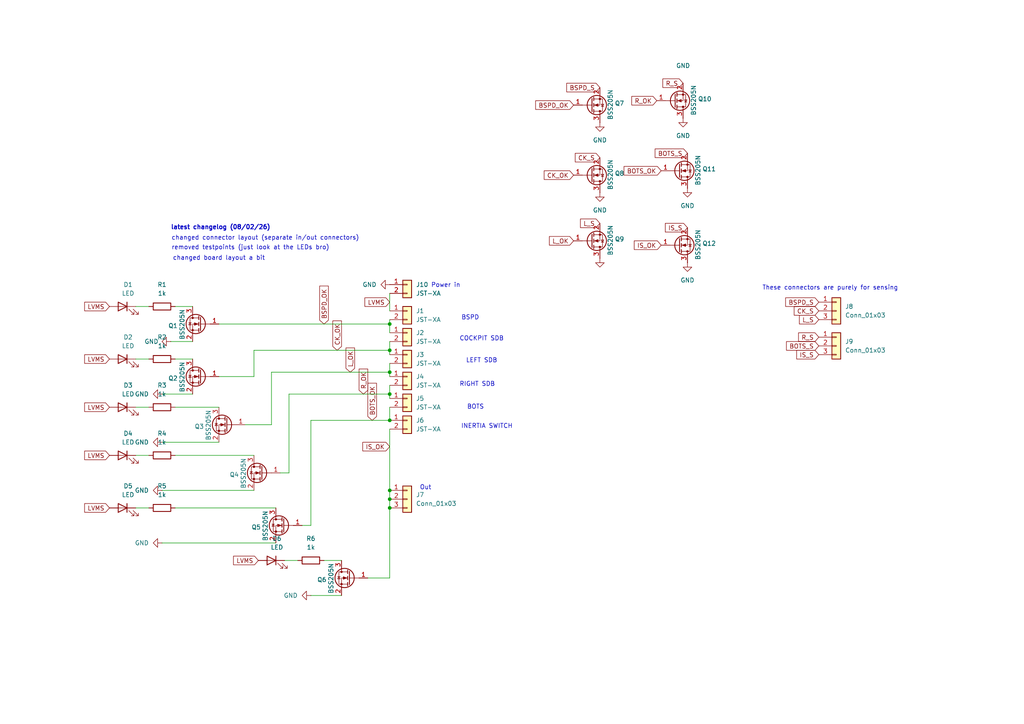
<source format=kicad_sch>
(kicad_sch
	(version 20250114)
	(generator "eeschema")
	(generator_version "9.0")
	(uuid "b296b2e3-589e-4215-8d69-96257576fa6f")
	(paper "A4")
	(lib_symbols
		(symbol "Connector_Generic:Conn_01x03"
			(pin_names
				(offset 1.016)
				(hide yes)
			)
			(exclude_from_sim no)
			(in_bom yes)
			(on_board yes)
			(property "Reference" "J"
				(at 0 5.08 0)
				(effects
					(font
						(size 1.27 1.27)
					)
				)
			)
			(property "Value" "Conn_01x03"
				(at 0 -5.08 0)
				(effects
					(font
						(size 1.27 1.27)
					)
				)
			)
			(property "Footprint" ""
				(at 0 0 0)
				(effects
					(font
						(size 1.27 1.27)
					)
					(hide yes)
				)
			)
			(property "Datasheet" "~"
				(at 0 0 0)
				(effects
					(font
						(size 1.27 1.27)
					)
					(hide yes)
				)
			)
			(property "Description" "Generic connector, single row, 01x03, script generated (kicad-library-utils/schlib/autogen/connector/)"
				(at 0 0 0)
				(effects
					(font
						(size 1.27 1.27)
					)
					(hide yes)
				)
			)
			(property "ki_keywords" "connector"
				(at 0 0 0)
				(effects
					(font
						(size 1.27 1.27)
					)
					(hide yes)
				)
			)
			(property "ki_fp_filters" "Connector*:*_1x??_*"
				(at 0 0 0)
				(effects
					(font
						(size 1.27 1.27)
					)
					(hide yes)
				)
			)
			(symbol "Conn_01x03_1_1"
				(rectangle
					(start -1.27 3.81)
					(end 1.27 -3.81)
					(stroke
						(width 0.254)
						(type default)
					)
					(fill
						(type background)
					)
				)
				(rectangle
					(start -1.27 2.667)
					(end 0 2.413)
					(stroke
						(width 0.1524)
						(type default)
					)
					(fill
						(type none)
					)
				)
				(rectangle
					(start -1.27 0.127)
					(end 0 -0.127)
					(stroke
						(width 0.1524)
						(type default)
					)
					(fill
						(type none)
					)
				)
				(rectangle
					(start -1.27 -2.413)
					(end 0 -2.667)
					(stroke
						(width 0.1524)
						(type default)
					)
					(fill
						(type none)
					)
				)
				(pin passive line
					(at -5.08 2.54 0)
					(length 3.81)
					(name "Pin_1"
						(effects
							(font
								(size 1.27 1.27)
							)
						)
					)
					(number "1"
						(effects
							(font
								(size 1.27 1.27)
							)
						)
					)
				)
				(pin passive line
					(at -5.08 0 0)
					(length 3.81)
					(name "Pin_2"
						(effects
							(font
								(size 1.27 1.27)
							)
						)
					)
					(number "2"
						(effects
							(font
								(size 1.27 1.27)
							)
						)
					)
				)
				(pin passive line
					(at -5.08 -2.54 0)
					(length 3.81)
					(name "Pin_3"
						(effects
							(font
								(size 1.27 1.27)
							)
						)
					)
					(number "3"
						(effects
							(font
								(size 1.27 1.27)
							)
						)
					)
				)
			)
			(embedded_fonts no)
		)
		(symbol "Custom_MSM:Connector_JST-XA_2POS"
			(pin_names
				(offset 1.016)
				(hide yes)
			)
			(exclude_from_sim no)
			(in_bom yes)
			(on_board yes)
			(property "Reference" "J"
				(at 0 2.54 0)
				(effects
					(font
						(size 1.27 1.27)
					)
				)
			)
			(property "Value" "JST-XA"
				(at 0 -5.08 0)
				(effects
					(font
						(size 1.27 1.27)
					)
				)
			)
			(property "Footprint" "Custom_MSM:Connector_JST-XA_2POS"
				(at 0 0 0)
				(effects
					(font
						(size 1.27 1.27)
					)
					(hide yes)
				)
			)
			(property "Datasheet" "https://www.jst.com/wp-content/uploads/2021/01/eXA-WB-new.pdf"
				(at 0 0 0)
				(effects
					(font
						(size 1.27 1.27)
					)
					(hide yes)
				)
			)
			(property "Description" "MSM standard 2-pin JST-XA connector"
				(at 0 0 0)
				(effects
					(font
						(size 1.27 1.27)
					)
					(hide yes)
				)
			)
			(property "MFN" "JST"
				(at 0 0 0)
				(effects
					(font
						(size 1.27 1.27)
					)
					(hide yes)
				)
			)
			(property "MFP" "B02B-XASK-1"
				(at 0 0 0)
				(effects
					(font
						(size 1.27 1.27)
					)
					(hide yes)
				)
			)
			(property "S1PN" "306-B02BXASK1LFSNP"
				(at 0 0 0)
				(effects
					(font
						(size 1.27 1.27)
					)
					(hide yes)
				)
			)
			(property "S1PL" "https://mou.sr/47CbilP"
				(at 0 0 0)
				(effects
					(font
						(size 1.27 1.27)
					)
					(hide yes)
				)
			)
			(property "S2PN" "455-B02B-XASK-1-ND"
				(at 0 0 0)
				(effects
					(font
						(size 1.27 1.27)
					)
					(hide yes)
				)
			)
			(property "S2PL" "https://www.digikey.co.uk/short/91htv4bz"
				(at 0 0 0)
				(effects
					(font
						(size 1.27 1.27)
					)
					(hide yes)
				)
			)
			(property "ki_keywords" "Connector JST XA JST-XA 2pos Vertical"
				(at 0 0 0)
				(effects
					(font
						(size 1.27 1.27)
					)
					(hide yes)
				)
			)
			(property "ki_fp_filters" "Connector*:*_1x??_*"
				(at 0 0 0)
				(effects
					(font
						(size 1.27 1.27)
					)
					(hide yes)
				)
			)
			(symbol "Connector_JST-XA_2POS_1_1"
				(rectangle
					(start -1.27 1.27)
					(end 1.27 -3.81)
					(stroke
						(width 0.254)
						(type default)
					)
					(fill
						(type background)
					)
				)
				(rectangle
					(start -1.27 0.127)
					(end 0 -0.127)
					(stroke
						(width 0.1524)
						(type default)
					)
					(fill
						(type none)
					)
				)
				(rectangle
					(start -1.27 -2.413)
					(end 0 -2.667)
					(stroke
						(width 0.1524)
						(type default)
					)
					(fill
						(type none)
					)
				)
				(pin passive line
					(at -5.08 0 0)
					(length 3.81)
					(name "Pin_1"
						(effects
							(font
								(size 1.27 1.27)
							)
						)
					)
					(number "1"
						(effects
							(font
								(size 1.27 1.27)
							)
						)
					)
				)
				(pin passive line
					(at -5.08 -2.54 0)
					(length 3.81)
					(name "Pin_2"
						(effects
							(font
								(size 1.27 1.27)
							)
						)
					)
					(number "2"
						(effects
							(font
								(size 1.27 1.27)
							)
						)
					)
				)
			)
			(embedded_fonts no)
		)
		(symbol "Custom_MSM:MOSFET_N-CH"
			(pin_names
				(offset 0)
				(hide yes)
			)
			(exclude_from_sim no)
			(in_bom yes)
			(on_board yes)
			(property "Reference" "Q"
				(at 5.08 1.905 0)
				(effects
					(font
						(size 1.27 1.27)
					)
					(justify left)
				)
			)
			(property "Value" "BSS205N"
				(at 5.08 0 0)
				(effects
					(font
						(size 1.27 1.27)
					)
					(justify left)
				)
			)
			(property "Footprint" "Custom_MSM:MOSFET_Single_SOT-23"
				(at 5.08 2.54 0)
				(effects
					(font
						(size 1.27 1.27)
					)
					(hide yes)
				)
			)
			(property "Datasheet" "https://www.infineon.com/dgdl/BSS205N_Rev2.4.pdf?folderId=db3a3043156fd573011622e10b5c1f67&fileId=db3a304330f686060131091244950062"
				(at 0 0 0)
				(effects
					(font
						(size 1.27 1.27)
					)
					(hide yes)
				)
			)
			(property "Description" "MSM standard 3-pin N-Channel MOSFET"
				(at 0 0 0)
				(effects
					(font
						(size 1.27 1.27)
					)
					(hide yes)
				)
			)
			(property "MFN" "Infineon"
				(at 0 0 0)
				(effects
					(font
						(size 1.27 1.27)
					)
					(hide yes)
				)
			)
			(property "MFP" "BSS205NH6327XTSA1"
				(at 0 0 0)
				(effects
					(font
						(size 1.27 1.27)
					)
					(hide yes)
				)
			)
			(property "S1PN" "726-BSS205NH6327"
				(at 0 0 0)
				(effects
					(font
						(size 1.27 1.27)
					)
					(hide yes)
				)
			)
			(property "S1PL" "https://mou.sr/3WyFwkN"
				(at 0 0 0)
				(effects
					(font
						(size 1.27 1.27)
					)
					(hide yes)
				)
			)
			(property "S2PN" "BSS205NH6327XTSA1CT-ND"
				(at 0 0 0)
				(effects
					(font
						(size 1.27 1.27)
					)
					(hide yes)
				)
			)
			(property "S2PL" "https://www.digikey.co.uk/short/wdw0q373"
				(at 0 0 0)
				(effects
					(font
						(size 1.27 1.27)
					)
					(hide yes)
				)
			)
			(property "ki_keywords" "TSOT-23 SOT-23 MOSFET Single FET P-Channel N-Channel P N Channel"
				(at 0 0 0)
				(effects
					(font
						(size 1.27 1.27)
					)
					(hide yes)
				)
			)
			(symbol "MOSFET_N-CH_0_1"
				(polyline
					(pts
						(xy 0.254 1.905) (xy 0.254 -1.905)
					)
					(stroke
						(width 0.254)
						(type default)
					)
					(fill
						(type none)
					)
				)
				(polyline
					(pts
						(xy 0.254 0) (xy -2.54 0)
					)
					(stroke
						(width 0)
						(type default)
					)
					(fill
						(type none)
					)
				)
				(polyline
					(pts
						(xy 0.762 2.286) (xy 0.762 1.27)
					)
					(stroke
						(width 0.254)
						(type default)
					)
					(fill
						(type none)
					)
				)
				(polyline
					(pts
						(xy 0.762 0.508) (xy 0.762 -0.508)
					)
					(stroke
						(width 0.254)
						(type default)
					)
					(fill
						(type none)
					)
				)
				(polyline
					(pts
						(xy 0.762 -1.27) (xy 0.762 -2.286)
					)
					(stroke
						(width 0.254)
						(type default)
					)
					(fill
						(type none)
					)
				)
				(polyline
					(pts
						(xy 0.762 -1.778) (xy 3.302 -1.778) (xy 3.302 1.778) (xy 0.762 1.778)
					)
					(stroke
						(width 0)
						(type default)
					)
					(fill
						(type none)
					)
				)
				(polyline
					(pts
						(xy 1.016 0) (xy 2.032 0.381) (xy 2.032 -0.381) (xy 1.016 0)
					)
					(stroke
						(width 0)
						(type default)
					)
					(fill
						(type outline)
					)
				)
				(circle
					(center 1.651 0)
					(radius 2.794)
					(stroke
						(width 0.254)
						(type default)
					)
					(fill
						(type none)
					)
				)
				(polyline
					(pts
						(xy 2.54 2.54) (xy 2.54 1.778)
					)
					(stroke
						(width 0)
						(type default)
					)
					(fill
						(type none)
					)
				)
				(circle
					(center 2.54 1.778)
					(radius 0.254)
					(stroke
						(width 0)
						(type default)
					)
					(fill
						(type outline)
					)
				)
				(circle
					(center 2.54 -1.778)
					(radius 0.254)
					(stroke
						(width 0)
						(type default)
					)
					(fill
						(type outline)
					)
				)
				(polyline
					(pts
						(xy 2.54 -2.54) (xy 2.54 0) (xy 0.762 0)
					)
					(stroke
						(width 0)
						(type default)
					)
					(fill
						(type none)
					)
				)
				(polyline
					(pts
						(xy 2.921 0.381) (xy 3.683 0.381)
					)
					(stroke
						(width 0)
						(type default)
					)
					(fill
						(type none)
					)
				)
				(polyline
					(pts
						(xy 3.302 0.381) (xy 2.921 -0.254) (xy 3.683 -0.254) (xy 3.302 0.381)
					)
					(stroke
						(width 0)
						(type default)
					)
					(fill
						(type none)
					)
				)
			)
			(symbol "MOSFET_N-CH_1_1"
				(pin input line
					(at -5.08 0 0)
					(length 2.54)
					(name "G"
						(effects
							(font
								(size 1.27 1.27)
							)
						)
					)
					(number "1"
						(effects
							(font
								(size 1.27 1.27)
							)
						)
					)
				)
				(pin passive line
					(at 2.54 5.08 270)
					(length 2.54)
					(name "D"
						(effects
							(font
								(size 1.27 1.27)
							)
						)
					)
					(number "3"
						(effects
							(font
								(size 1.27 1.27)
							)
						)
					)
				)
				(pin passive line
					(at 2.54 -5.08 90)
					(length 2.54)
					(name "S"
						(effects
							(font
								(size 1.27 1.27)
							)
						)
					)
					(number "2"
						(effects
							(font
								(size 1.27 1.27)
							)
						)
					)
				)
			)
			(embedded_fonts no)
		)
		(symbol "Device:LED"
			(pin_numbers
				(hide yes)
			)
			(pin_names
				(offset 1.016)
				(hide yes)
			)
			(exclude_from_sim no)
			(in_bom yes)
			(on_board yes)
			(property "Reference" "D"
				(at 0 2.54 0)
				(effects
					(font
						(size 1.27 1.27)
					)
				)
			)
			(property "Value" "LED"
				(at 0 -2.54 0)
				(effects
					(font
						(size 1.27 1.27)
					)
				)
			)
			(property "Footprint" ""
				(at 0 0 0)
				(effects
					(font
						(size 1.27 1.27)
					)
					(hide yes)
				)
			)
			(property "Datasheet" "~"
				(at 0 0 0)
				(effects
					(font
						(size 1.27 1.27)
					)
					(hide yes)
				)
			)
			(property "Description" "Light emitting diode"
				(at 0 0 0)
				(effects
					(font
						(size 1.27 1.27)
					)
					(hide yes)
				)
			)
			(property "Sim.Pins" "1=K 2=A"
				(at 0 0 0)
				(effects
					(font
						(size 1.27 1.27)
					)
					(hide yes)
				)
			)
			(property "ki_keywords" "LED diode"
				(at 0 0 0)
				(effects
					(font
						(size 1.27 1.27)
					)
					(hide yes)
				)
			)
			(property "ki_fp_filters" "LED* LED_SMD:* LED_THT:*"
				(at 0 0 0)
				(effects
					(font
						(size 1.27 1.27)
					)
					(hide yes)
				)
			)
			(symbol "LED_0_1"
				(polyline
					(pts
						(xy -3.048 -0.762) (xy -4.572 -2.286) (xy -3.81 -2.286) (xy -4.572 -2.286) (xy -4.572 -1.524)
					)
					(stroke
						(width 0)
						(type default)
					)
					(fill
						(type none)
					)
				)
				(polyline
					(pts
						(xy -1.778 -0.762) (xy -3.302 -2.286) (xy -2.54 -2.286) (xy -3.302 -2.286) (xy -3.302 -1.524)
					)
					(stroke
						(width 0)
						(type default)
					)
					(fill
						(type none)
					)
				)
				(polyline
					(pts
						(xy -1.27 0) (xy 1.27 0)
					)
					(stroke
						(width 0)
						(type default)
					)
					(fill
						(type none)
					)
				)
				(polyline
					(pts
						(xy -1.27 -1.27) (xy -1.27 1.27)
					)
					(stroke
						(width 0.254)
						(type default)
					)
					(fill
						(type none)
					)
				)
				(polyline
					(pts
						(xy 1.27 -1.27) (xy 1.27 1.27) (xy -1.27 0) (xy 1.27 -1.27)
					)
					(stroke
						(width 0.254)
						(type default)
					)
					(fill
						(type none)
					)
				)
			)
			(symbol "LED_1_1"
				(pin passive line
					(at -3.81 0 0)
					(length 2.54)
					(name "K"
						(effects
							(font
								(size 1.27 1.27)
							)
						)
					)
					(number "1"
						(effects
							(font
								(size 1.27 1.27)
							)
						)
					)
				)
				(pin passive line
					(at 3.81 0 180)
					(length 2.54)
					(name "A"
						(effects
							(font
								(size 1.27 1.27)
							)
						)
					)
					(number "2"
						(effects
							(font
								(size 1.27 1.27)
							)
						)
					)
				)
			)
			(embedded_fonts no)
		)
		(symbol "Device:R"
			(pin_numbers
				(hide yes)
			)
			(pin_names
				(offset 0)
			)
			(exclude_from_sim no)
			(in_bom yes)
			(on_board yes)
			(property "Reference" "R"
				(at 2.032 0 90)
				(effects
					(font
						(size 1.27 1.27)
					)
				)
			)
			(property "Value" "R"
				(at 0 0 90)
				(effects
					(font
						(size 1.27 1.27)
					)
				)
			)
			(property "Footprint" ""
				(at -1.778 0 90)
				(effects
					(font
						(size 1.27 1.27)
					)
					(hide yes)
				)
			)
			(property "Datasheet" "~"
				(at 0 0 0)
				(effects
					(font
						(size 1.27 1.27)
					)
					(hide yes)
				)
			)
			(property "Description" "Resistor"
				(at 0 0 0)
				(effects
					(font
						(size 1.27 1.27)
					)
					(hide yes)
				)
			)
			(property "ki_keywords" "R res resistor"
				(at 0 0 0)
				(effects
					(font
						(size 1.27 1.27)
					)
					(hide yes)
				)
			)
			(property "ki_fp_filters" "R_*"
				(at 0 0 0)
				(effects
					(font
						(size 1.27 1.27)
					)
					(hide yes)
				)
			)
			(symbol "R_0_1"
				(rectangle
					(start -1.016 -2.54)
					(end 1.016 2.54)
					(stroke
						(width 0.254)
						(type default)
					)
					(fill
						(type none)
					)
				)
			)
			(symbol "R_1_1"
				(pin passive line
					(at 0 3.81 270)
					(length 1.27)
					(name "~"
						(effects
							(font
								(size 1.27 1.27)
							)
						)
					)
					(number "1"
						(effects
							(font
								(size 1.27 1.27)
							)
						)
					)
				)
				(pin passive line
					(at 0 -3.81 90)
					(length 1.27)
					(name "~"
						(effects
							(font
								(size 1.27 1.27)
							)
						)
					)
					(number "2"
						(effects
							(font
								(size 1.27 1.27)
							)
						)
					)
				)
			)
			(embedded_fonts no)
		)
		(symbol "power:GND"
			(power)
			(pin_numbers
				(hide yes)
			)
			(pin_names
				(offset 0)
				(hide yes)
			)
			(exclude_from_sim no)
			(in_bom yes)
			(on_board yes)
			(property "Reference" "#PWR"
				(at 0 -6.35 0)
				(effects
					(font
						(size 1.27 1.27)
					)
					(hide yes)
				)
			)
			(property "Value" "GND"
				(at 0 -3.81 0)
				(effects
					(font
						(size 1.27 1.27)
					)
				)
			)
			(property "Footprint" ""
				(at 0 0 0)
				(effects
					(font
						(size 1.27 1.27)
					)
					(hide yes)
				)
			)
			(property "Datasheet" ""
				(at 0 0 0)
				(effects
					(font
						(size 1.27 1.27)
					)
					(hide yes)
				)
			)
			(property "Description" "Power symbol creates a global label with name \"GND\" , ground"
				(at 0 0 0)
				(effects
					(font
						(size 1.27 1.27)
					)
					(hide yes)
				)
			)
			(property "ki_keywords" "global power"
				(at 0 0 0)
				(effects
					(font
						(size 1.27 1.27)
					)
					(hide yes)
				)
			)
			(symbol "GND_0_1"
				(polyline
					(pts
						(xy 0 0) (xy 0 -1.27) (xy 1.27 -1.27) (xy 0 -2.54) (xy -1.27 -1.27) (xy 0 -1.27)
					)
					(stroke
						(width 0)
						(type default)
					)
					(fill
						(type none)
					)
				)
			)
			(symbol "GND_1_1"
				(pin power_in line
					(at 0 0 270)
					(length 0)
					(name "~"
						(effects
							(font
								(size 1.27 1.27)
							)
						)
					)
					(number "1"
						(effects
							(font
								(size 1.27 1.27)
							)
						)
					)
				)
			)
			(embedded_fonts no)
		)
	)
	(text "LEFT SDB\n"
		(exclude_from_sim no)
		(at 139.7 104.648 0)
		(effects
			(font
				(size 1.27 1.27)
			)
		)
		(uuid "00606e22-d457-4c2f-a312-d060fe5388ed")
	)
	(text "latest changelog (08/02/26)\n"
		(exclude_from_sim no)
		(at 64.008 66.04 0)
		(effects
			(font
				(size 1.27 1.27)
				(thickness 0.254)
				(bold yes)
			)
		)
		(uuid "05613086-14f4-43bc-91e8-a3a86bd8bf79")
	)
	(text "BOTS"
		(exclude_from_sim no)
		(at 137.922 118.11 0)
		(effects
			(font
				(size 1.27 1.27)
			)
		)
		(uuid "08f0f193-25f2-4ce0-83e1-a389f688a4e5")
	)
	(text "INERTIA SWITCH"
		(exclude_from_sim no)
		(at 141.224 123.698 0)
		(effects
			(font
				(size 1.27 1.27)
			)
		)
		(uuid "2e8d075c-333c-4f6d-b1c1-0b9da2759d78")
	)
	(text "removed testpoints (just look at the LEDs bro)"
		(exclude_from_sim no)
		(at 72.644 71.882 0)
		(effects
			(font
				(size 1.27 1.27)
			)
		)
		(uuid "2f0ba541-c0e2-4233-b637-eb2893b97d62")
	)
	(text "RIGHT SDB"
		(exclude_from_sim no)
		(at 138.43 111.506 0)
		(effects
			(font
				(size 1.27 1.27)
			)
		)
		(uuid "377e1af1-40b8-4145-b464-4893f5d438a3")
	)
	(text "BSPD"
		(exclude_from_sim no)
		(at 136.398 92.202 0)
		(effects
			(font
				(size 1.27 1.27)
			)
		)
		(uuid "42d543a2-259f-4135-8f76-7162f8ec79aa")
	)
	(text "changed connector layout (separate in/out connectors)"
		(exclude_from_sim no)
		(at 76.962 69.088 0)
		(effects
			(font
				(size 1.27 1.27)
			)
		)
		(uuid "4e085142-e375-4d37-8967-5e5dbc48bfb7")
	)
	(text "Power in\n"
		(exclude_from_sim no)
		(at 129.286 82.804 0)
		(effects
			(font
				(size 1.27 1.27)
			)
		)
		(uuid "6da4ae4c-5fc9-475e-b6a0-22d22f761ea0")
	)
	(text "changed board layout a bit"
		(exclude_from_sim no)
		(at 63.5 74.93 0)
		(effects
			(font
				(size 1.27 1.27)
			)
		)
		(uuid "6e476969-5309-4432-b6d4-c17fb004b156")
	)
	(text "COCKPIT SDB"
		(exclude_from_sim no)
		(at 139.7 98.298 0)
		(effects
			(font
				(size 1.27 1.27)
			)
		)
		(uuid "822ee22f-6056-435a-98f2-eae726a187b3")
	)
	(text "Out"
		(exclude_from_sim no)
		(at 123.444 141.478 0)
		(effects
			(font
				(size 1.27 1.27)
			)
		)
		(uuid "ae52df63-39da-4e05-912a-4688c3eb7c10")
	)
	(text "These connectors are purely for sensing"
		(exclude_from_sim no)
		(at 240.792 83.566 0)
		(effects
			(font
				(size 1.27 1.27)
			)
		)
		(uuid "fd160c5e-002a-45e5-9c47-6f4b1578c4c6")
	)
	(junction
		(at 113.03 93.98)
		(diameter 0)
		(color 0 0 0 0)
		(uuid "0687a01a-dd3b-46be-ae1d-4e1e608bd424")
	)
	(junction
		(at 113.03 142.24)
		(diameter 0)
		(color 0 0 0 0)
		(uuid "44476056-4896-492a-8d1e-77c3a3137090")
	)
	(junction
		(at 113.03 101.6)
		(diameter 0)
		(color 0 0 0 0)
		(uuid "564b8128-687c-4cb8-bd2a-46112950e477")
	)
	(junction
		(at 113.03 114.3)
		(diameter 0)
		(color 0 0 0 0)
		(uuid "677fab7f-3c8b-4dfe-83e8-76e61906fd05")
	)
	(junction
		(at 113.03 144.78)
		(diameter 0)
		(color 0 0 0 0)
		(uuid "8e032854-01f6-4ed4-bc24-a29094869859")
	)
	(junction
		(at 113.03 121.92)
		(diameter 0)
		(color 0 0 0 0)
		(uuid "aefb8c66-f852-4cb6-84a2-7f10b2da3da6")
	)
	(junction
		(at 113.03 107.95)
		(diameter 0)
		(color 0 0 0 0)
		(uuid "d055fad6-5f8e-42b0-b83f-ddb5c9d58698")
	)
	(junction
		(at 113.03 147.32)
		(diameter 0)
		(color 0 0 0 0)
		(uuid "df9af5f3-45eb-46fa-b0a4-ee4e4499277a")
	)
	(wire
		(pts
			(xy 63.5 93.98) (xy 113.03 93.98)
		)
		(stroke
			(width 0)
			(type default)
		)
		(uuid "04bb4f9c-1266-49a6-a4b2-c2341a05c980")
	)
	(wire
		(pts
			(xy 83.82 137.16) (xy 83.82 114.3)
		)
		(stroke
			(width 0)
			(type default)
		)
		(uuid "09cc2b62-b80c-405e-a2a2-69b8274a51bf")
	)
	(wire
		(pts
			(xy 90.17 152.4) (xy 90.17 121.92)
		)
		(stroke
			(width 0)
			(type default)
		)
		(uuid "0b607d07-e0b1-4578-9090-c51e437f08f8")
	)
	(wire
		(pts
			(xy 43.18 132.08) (xy 39.37 132.08)
		)
		(stroke
			(width 0)
			(type default)
		)
		(uuid "0ba2e512-b0d6-4e58-b0cf-64344dca244e")
	)
	(wire
		(pts
			(xy 113.03 118.11) (xy 113.03 121.92)
		)
		(stroke
			(width 0)
			(type default)
		)
		(uuid "0f3021f7-d067-421a-abe4-0493ce629d12")
	)
	(wire
		(pts
			(xy 46.99 157.48) (xy 80.01 157.48)
		)
		(stroke
			(width 0)
			(type default)
		)
		(uuid "118a7f65-60ad-4c68-ac01-c46a4da01357")
	)
	(wire
		(pts
			(xy 83.82 137.16) (xy 81.28 137.16)
		)
		(stroke
			(width 0)
			(type default)
		)
		(uuid "2155c46f-ea9c-4c96-8066-30683ed523d8")
	)
	(wire
		(pts
			(xy 113.03 92.71) (xy 113.03 93.98)
		)
		(stroke
			(width 0)
			(type default)
		)
		(uuid "21735cea-9e9a-4cc4-b0d2-de6148a66026")
	)
	(wire
		(pts
			(xy 90.17 172.72) (xy 99.06 172.72)
		)
		(stroke
			(width 0)
			(type default)
		)
		(uuid "23b9df4e-3956-4e7e-ad0a-e36194705d54")
	)
	(wire
		(pts
			(xy 113.03 107.95) (xy 113.03 109.22)
		)
		(stroke
			(width 0)
			(type default)
		)
		(uuid "23e3d9e4-755f-4e7b-b10f-7848d3c2e630")
	)
	(wire
		(pts
			(xy 113.03 144.78) (xy 113.03 142.24)
		)
		(stroke
			(width 0)
			(type default)
		)
		(uuid "292e59a0-2ab6-47ba-99f3-45f941897d79")
	)
	(wire
		(pts
			(xy 106.68 167.64) (xy 113.03 167.64)
		)
		(stroke
			(width 0)
			(type default)
		)
		(uuid "30aed89a-7b1a-4ee5-9036-430b21c60b76")
	)
	(wire
		(pts
			(xy 113.03 105.41) (xy 113.03 107.95)
		)
		(stroke
			(width 0)
			(type default)
		)
		(uuid "35469989-d822-4494-9330-010eab54bd28")
	)
	(wire
		(pts
			(xy 113.03 111.76) (xy 113.03 114.3)
		)
		(stroke
			(width 0)
			(type default)
		)
		(uuid "3adef1fe-c95a-4c99-acca-8da9d47c28a9")
	)
	(wire
		(pts
			(xy 78.74 107.95) (xy 113.03 107.95)
		)
		(stroke
			(width 0)
			(type default)
		)
		(uuid "3ca41b16-3e0e-40e5-8beb-82c7bee9cd3a")
	)
	(wire
		(pts
			(xy 50.8 104.14) (xy 55.88 104.14)
		)
		(stroke
			(width 0)
			(type default)
		)
		(uuid "3e741c8c-681d-4773-b1fa-5919f9dea313")
	)
	(wire
		(pts
			(xy 50.8 118.11) (xy 63.5 118.11)
		)
		(stroke
			(width 0)
			(type default)
		)
		(uuid "478f96d8-8c18-46d5-9384-bd7081a17143")
	)
	(wire
		(pts
			(xy 78.74 123.19) (xy 78.74 107.95)
		)
		(stroke
			(width 0)
			(type default)
		)
		(uuid "50fc9b8a-ebaa-46f9-b298-fd3d26bbc722")
	)
	(wire
		(pts
			(xy 50.8 88.9) (xy 55.88 88.9)
		)
		(stroke
			(width 0)
			(type default)
		)
		(uuid "60e86d93-376e-4a90-81da-10076491f2b3")
	)
	(wire
		(pts
			(xy 87.63 152.4) (xy 90.17 152.4)
		)
		(stroke
			(width 0)
			(type default)
		)
		(uuid "67b68fb7-cde1-4013-be9b-f4ccd04fff5f")
	)
	(wire
		(pts
			(xy 113.03 142.24) (xy 113.03 124.46)
		)
		(stroke
			(width 0)
			(type default)
		)
		(uuid "6ccb7ee4-5b8e-4bfc-8cb3-a971a12fafd9")
	)
	(wire
		(pts
			(xy 73.66 101.6) (xy 113.03 101.6)
		)
		(stroke
			(width 0)
			(type default)
		)
		(uuid "75e1dfa8-f1c4-410d-84d3-7cc84d52b4ed")
	)
	(wire
		(pts
			(xy 50.8 147.32) (xy 80.01 147.32)
		)
		(stroke
			(width 0)
			(type default)
		)
		(uuid "80a5c4fc-518e-45d3-b58b-05a8ccf40d9a")
	)
	(wire
		(pts
			(xy 43.18 118.11) (xy 39.37 118.11)
		)
		(stroke
			(width 0)
			(type default)
		)
		(uuid "82ee316d-6e06-4ac8-bf56-b2a9d80ea762")
	)
	(wire
		(pts
			(xy 46.99 114.3) (xy 55.88 114.3)
		)
		(stroke
			(width 0)
			(type default)
		)
		(uuid "87a5c4ad-4339-448b-890c-49e1db3f9d0d")
	)
	(wire
		(pts
			(xy 113.03 167.64) (xy 113.03 147.32)
		)
		(stroke
			(width 0)
			(type default)
		)
		(uuid "8b3fbdee-b302-49d1-a8eb-45f92d1af153")
	)
	(wire
		(pts
			(xy 55.88 99.06) (xy 49.53 99.06)
		)
		(stroke
			(width 0)
			(type default)
		)
		(uuid "977a8663-f0e1-4128-aa93-98921a65f279")
	)
	(wire
		(pts
			(xy 113.03 101.6) (xy 113.03 102.87)
		)
		(stroke
			(width 0)
			(type default)
		)
		(uuid "9ef8392a-93e9-4b3b-8a11-8de3c63b766a")
	)
	(wire
		(pts
			(xy 113.03 99.06) (xy 113.03 101.6)
		)
		(stroke
			(width 0)
			(type default)
		)
		(uuid "a01cce55-a5c8-4bb3-84da-01f5b09cf606")
	)
	(wire
		(pts
			(xy 113.03 85.09) (xy 113.03 90.17)
		)
		(stroke
			(width 0)
			(type default)
		)
		(uuid "b4d9681e-8545-4b08-823e-5b9eb840a8ed")
	)
	(wire
		(pts
			(xy 46.99 142.24) (xy 73.66 142.24)
		)
		(stroke
			(width 0)
			(type default)
		)
		(uuid "c7c5554d-d0a1-41a4-9c48-d831fad112fe")
	)
	(wire
		(pts
			(xy 86.36 162.56) (xy 82.55 162.56)
		)
		(stroke
			(width 0)
			(type default)
		)
		(uuid "cce2c43a-2632-4446-a85a-f7621814884e")
	)
	(wire
		(pts
			(xy 113.03 93.98) (xy 113.03 96.52)
		)
		(stroke
			(width 0)
			(type default)
		)
		(uuid "cedac4e6-02a2-4500-ad8d-cd19bdc282b4")
	)
	(wire
		(pts
			(xy 113.03 114.3) (xy 113.03 115.57)
		)
		(stroke
			(width 0)
			(type default)
		)
		(uuid "d0fce9d2-d8f0-40db-9b09-50a4c1751845")
	)
	(wire
		(pts
			(xy 73.66 109.22) (xy 73.66 101.6)
		)
		(stroke
			(width 0)
			(type default)
		)
		(uuid "d4975120-fe8e-423c-a194-5d5398f1c5d1")
	)
	(wire
		(pts
			(xy 43.18 88.9) (xy 39.37 88.9)
		)
		(stroke
			(width 0)
			(type default)
		)
		(uuid "d5f15237-dd8b-439c-8aa7-2a7350bdd3b4")
	)
	(wire
		(pts
			(xy 113.03 147.32) (xy 113.03 144.78)
		)
		(stroke
			(width 0)
			(type default)
		)
		(uuid "e5511051-79f9-4706-b849-a095f2513ee6")
	)
	(wire
		(pts
			(xy 90.17 121.92) (xy 113.03 121.92)
		)
		(stroke
			(width 0)
			(type default)
		)
		(uuid "e650f994-90c5-4069-936c-ea9f90fdc314")
	)
	(wire
		(pts
			(xy 43.18 147.32) (xy 39.37 147.32)
		)
		(stroke
			(width 0)
			(type default)
		)
		(uuid "e7669692-93ab-4f00-b81a-f54d6ca985c6")
	)
	(wire
		(pts
			(xy 46.99 128.27) (xy 63.5 128.27)
		)
		(stroke
			(width 0)
			(type default)
		)
		(uuid "e8d30d84-5081-4735-a8c7-d739eae132e3")
	)
	(wire
		(pts
			(xy 43.18 104.14) (xy 39.37 104.14)
		)
		(stroke
			(width 0)
			(type default)
		)
		(uuid "eb323972-6caf-4c10-9c4b-b4341dc997ff")
	)
	(wire
		(pts
			(xy 93.98 162.56) (xy 99.06 162.56)
		)
		(stroke
			(width 0)
			(type default)
		)
		(uuid "ee44cc83-c2ee-4440-970f-f2ccd464fc79")
	)
	(wire
		(pts
			(xy 50.8 132.08) (xy 73.66 132.08)
		)
		(stroke
			(width 0)
			(type default)
		)
		(uuid "ef2a4e11-9f2a-4d57-bc5a-0652925bfde8")
	)
	(wire
		(pts
			(xy 73.66 109.22) (xy 63.5 109.22)
		)
		(stroke
			(width 0)
			(type default)
		)
		(uuid "f8f9237c-91ba-4593-9377-8274d489aebf")
	)
	(wire
		(pts
			(xy 78.74 123.19) (xy 71.12 123.19)
		)
		(stroke
			(width 0)
			(type default)
		)
		(uuid "fd4acbc5-bd93-47ec-8214-5940c0499219")
	)
	(wire
		(pts
			(xy 83.82 114.3) (xy 113.03 114.3)
		)
		(stroke
			(width 0)
			(type default)
		)
		(uuid "ffc1a766-d247-4ae5-96b4-de8bb6aa105f")
	)
	(global_label "LVMS"
		(shape input)
		(at 31.75 88.9 180)
		(fields_autoplaced yes)
		(effects
			(font
				(size 1.27 1.27)
			)
			(justify right)
		)
		(uuid "08ef95ed-b623-4ee4-a720-2be3128ae506")
		(property "Intersheetrefs" "${INTERSHEET_REFS}"
			(at 23.9872 88.9 0)
			(effects
				(font
					(size 1.27 1.27)
				)
				(justify right)
				(hide yes)
			)
		)
	)
	(global_label "IS_OK"
		(shape input)
		(at 113.03 129.54 180)
		(fields_autoplaced yes)
		(effects
			(font
				(size 1.27 1.27)
			)
			(justify right)
		)
		(uuid "0ccfc145-ec71-4738-9abc-354285cb358c")
		(property "Intersheetrefs" "${INTERSHEET_REFS}"
			(at 104.6624 129.54 0)
			(effects
				(font
					(size 1.27 1.27)
				)
				(justify right)
				(hide yes)
			)
		)
	)
	(global_label "LVMS"
		(shape input)
		(at 74.93 162.56 180)
		(fields_autoplaced yes)
		(effects
			(font
				(size 1.27 1.27)
			)
			(justify right)
		)
		(uuid "0dedfcce-689a-4038-a7a1-7b67713a58f5")
		(property "Intersheetrefs" "${INTERSHEET_REFS}"
			(at 67.1672 162.56 0)
			(effects
				(font
					(size 1.27 1.27)
				)
				(justify right)
				(hide yes)
			)
		)
	)
	(global_label "LVMS"
		(shape input)
		(at 113.03 87.63 180)
		(fields_autoplaced yes)
		(effects
			(font
				(size 1.27 1.27)
			)
			(justify right)
		)
		(uuid "1809195d-069a-4668-bd9c-81f5cbb12fcb")
		(property "Intersheetrefs" "${INTERSHEET_REFS}"
			(at 105.2672 87.63 0)
			(effects
				(font
					(size 1.27 1.27)
				)
				(justify right)
				(hide yes)
			)
		)
	)
	(global_label "LVMS"
		(shape input)
		(at 31.75 132.08 180)
		(fields_autoplaced yes)
		(effects
			(font
				(size 1.27 1.27)
			)
			(justify right)
		)
		(uuid "224b8f7b-0655-404f-af09-a6772c08c633")
		(property "Intersheetrefs" "${INTERSHEET_REFS}"
			(at 23.9872 132.08 0)
			(effects
				(font
					(size 1.27 1.27)
				)
				(justify right)
				(hide yes)
			)
		)
	)
	(global_label "BSPD_S"
		(shape input)
		(at 173.99 25.4 180)
		(fields_autoplaced yes)
		(effects
			(font
				(size 1.27 1.27)
			)
			(justify right)
		)
		(uuid "243918fa-114d-4cea-81e8-d7038df38171")
		(property "Intersheetrefs" "${INTERSHEET_REFS}"
			(at 163.8082 25.4 0)
			(effects
				(font
					(size 1.27 1.27)
				)
				(justify right)
				(hide yes)
			)
		)
	)
	(global_label "L_OK"
		(shape input)
		(at 101.6 107.95 90)
		(fields_autoplaced yes)
		(effects
			(font
				(size 1.27 1.27)
			)
			(justify left)
		)
		(uuid "24a3f48e-1127-4d4f-b0d6-afe56a32cd1f")
		(property "Intersheetrefs" "${INTERSHEET_REFS}"
			(at 101.6 100.3686 90)
			(effects
				(font
					(size 1.27 1.27)
				)
				(justify left)
				(hide yes)
			)
		)
	)
	(global_label "BOTS_OK"
		(shape input)
		(at 191.77 49.53 180)
		(fields_autoplaced yes)
		(effects
			(font
				(size 1.27 1.27)
			)
			(justify right)
		)
		(uuid "33a5e0b2-50de-4418-957a-43b7672c9e2a")
		(property "Intersheetrefs" "${INTERSHEET_REFS}"
			(at 180.4391 49.53 0)
			(effects
				(font
					(size 1.27 1.27)
				)
				(justify right)
				(hide yes)
			)
		)
	)
	(global_label "IS_OK"
		(shape input)
		(at 191.77 71.12 180)
		(fields_autoplaced yes)
		(effects
			(font
				(size 1.27 1.27)
			)
			(justify right)
		)
		(uuid "52e5ee41-3ac0-4b7b-9c7c-130505bd477b")
		(property "Intersheetrefs" "${INTERSHEET_REFS}"
			(at 183.4024 71.12 0)
			(effects
				(font
					(size 1.27 1.27)
				)
				(justify right)
				(hide yes)
			)
		)
	)
	(global_label "BOTS_S"
		(shape input)
		(at 199.39 44.45 180)
		(fields_autoplaced yes)
		(effects
			(font
				(size 1.27 1.27)
			)
			(justify right)
		)
		(uuid "5bcc889a-9727-4bb1-89b7-b312fba7f9ce")
		(property "Intersheetrefs" "${INTERSHEET_REFS}"
			(at 189.4501 44.45 0)
			(effects
				(font
					(size 1.27 1.27)
				)
				(justify right)
				(hide yes)
			)
		)
	)
	(global_label "LVMS"
		(shape input)
		(at 31.75 104.14 180)
		(fields_autoplaced yes)
		(effects
			(font
				(size 1.27 1.27)
			)
			(justify right)
		)
		(uuid "6868f5fc-f2ed-4f7f-842f-40083ea3dfd8")
		(property "Intersheetrefs" "${INTERSHEET_REFS}"
			(at 23.9872 104.14 0)
			(effects
				(font
					(size 1.27 1.27)
				)
				(justify right)
				(hide yes)
			)
		)
	)
	(global_label "CK_S"
		(shape input)
		(at 173.99 45.72 180)
		(fields_autoplaced yes)
		(effects
			(font
				(size 1.27 1.27)
			)
			(justify right)
		)
		(uuid "6a6e89ad-1088-4dc4-94c6-cc9da9c259de")
		(property "Intersheetrefs" "${INTERSHEET_REFS}"
			(at 166.2877 45.72 0)
			(effects
				(font
					(size 1.27 1.27)
				)
				(justify right)
				(hide yes)
			)
		)
	)
	(global_label "LVMS"
		(shape input)
		(at 31.75 147.32 180)
		(fields_autoplaced yes)
		(effects
			(font
				(size 1.27 1.27)
			)
			(justify right)
		)
		(uuid "6e5891bb-4ab1-4500-b6c8-1ea4cdb53d6e")
		(property "Intersheetrefs" "${INTERSHEET_REFS}"
			(at 23.9872 147.32 0)
			(effects
				(font
					(size 1.27 1.27)
				)
				(justify right)
				(hide yes)
			)
		)
	)
	(global_label "L_S"
		(shape input)
		(at 173.99 64.77 180)
		(fields_autoplaced yes)
		(effects
			(font
				(size 1.27 1.27)
			)
			(justify right)
		)
		(uuid "78fde673-c2b1-46e1-8585-2ff11d763b88")
		(property "Intersheetrefs" "${INTERSHEET_REFS}"
			(at 167.7996 64.77 0)
			(effects
				(font
					(size 1.27 1.27)
				)
				(justify right)
				(hide yes)
			)
		)
	)
	(global_label "IS_S"
		(shape input)
		(at 237.49 102.87 180)
		(fields_autoplaced yes)
		(effects
			(font
				(size 1.27 1.27)
			)
			(justify right)
		)
		(uuid "7947c517-d4f8-4d12-b5be-33bc8c71afca")
		(property "Intersheetrefs" "${INTERSHEET_REFS}"
			(at 230.5134 102.87 0)
			(effects
				(font
					(size 1.27 1.27)
				)
				(justify right)
				(hide yes)
			)
		)
	)
	(global_label "BSPD_S"
		(shape input)
		(at 237.49 87.63 180)
		(fields_autoplaced yes)
		(effects
			(font
				(size 1.27 1.27)
			)
			(justify right)
		)
		(uuid "7a9bddc3-7ad5-4f48-a09b-70b0d8264394")
		(property "Intersheetrefs" "${INTERSHEET_REFS}"
			(at 227.3082 87.63 0)
			(effects
				(font
					(size 1.27 1.27)
				)
				(justify right)
				(hide yes)
			)
		)
	)
	(global_label "L_S"
		(shape input)
		(at 237.49 92.71 180)
		(fields_autoplaced yes)
		(effects
			(font
				(size 1.27 1.27)
			)
			(justify right)
		)
		(uuid "7bff7b56-6096-445d-a2eb-6beb7ce483b0")
		(property "Intersheetrefs" "${INTERSHEET_REFS}"
			(at 231.2996 92.71 0)
			(effects
				(font
					(size 1.27 1.27)
				)
				(justify right)
				(hide yes)
			)
		)
	)
	(global_label "BSPD_OK"
		(shape input)
		(at 93.98 93.98 90)
		(fields_autoplaced yes)
		(effects
			(font
				(size 1.27 1.27)
			)
			(justify left)
		)
		(uuid "81867d35-e869-41a4-b20e-0e1063a6440f")
		(property "Intersheetrefs" "${INTERSHEET_REFS}"
			(at 93.98 82.4072 90)
			(effects
				(font
					(size 1.27 1.27)
				)
				(justify left)
				(hide yes)
			)
		)
	)
	(global_label "LVMS"
		(shape input)
		(at 31.75 118.11 180)
		(fields_autoplaced yes)
		(effects
			(font
				(size 1.27 1.27)
			)
			(justify right)
		)
		(uuid "8404d0bf-eacb-46a8-9a0f-950f20458192")
		(property "Intersheetrefs" "${INTERSHEET_REFS}"
			(at 23.9872 118.11 0)
			(effects
				(font
					(size 1.27 1.27)
				)
				(justify right)
				(hide yes)
			)
		)
	)
	(global_label "R_S"
		(shape input)
		(at 198.12 24.13 180)
		(fields_autoplaced yes)
		(effects
			(font
				(size 1.27 1.27)
			)
			(justify right)
		)
		(uuid "8aaedca5-a3ea-4f49-841c-8cda69046dbf")
		(property "Intersheetrefs" "${INTERSHEET_REFS}"
			(at 191.6877 24.13 0)
			(effects
				(font
					(size 1.27 1.27)
				)
				(justify right)
				(hide yes)
			)
		)
	)
	(global_label "IS_S"
		(shape input)
		(at 199.39 66.04 180)
		(fields_autoplaced yes)
		(effects
			(font
				(size 1.27 1.27)
			)
			(justify right)
		)
		(uuid "8f1b532a-447d-4e0c-9715-335acb19dd76")
		(property "Intersheetrefs" "${INTERSHEET_REFS}"
			(at 192.4134 66.04 0)
			(effects
				(font
					(size 1.27 1.27)
				)
				(justify right)
				(hide yes)
			)
		)
	)
	(global_label "BSPD_OK"
		(shape input)
		(at 166.37 30.48 180)
		(fields_autoplaced yes)
		(effects
			(font
				(size 1.27 1.27)
			)
			(justify right)
		)
		(uuid "98432245-8b49-462c-b771-ffd79d2fc4d7")
		(property "Intersheetrefs" "${INTERSHEET_REFS}"
			(at 154.7972 30.48 0)
			(effects
				(font
					(size 1.27 1.27)
				)
				(justify right)
				(hide yes)
			)
		)
	)
	(global_label "CK_OK"
		(shape input)
		(at 97.79 101.6 90)
		(fields_autoplaced yes)
		(effects
			(font
				(size 1.27 1.27)
			)
			(justify left)
		)
		(uuid "9b41b63a-303c-42fd-b6bc-f36bf39550c1")
		(property "Intersheetrefs" "${INTERSHEET_REFS}"
			(at 97.79 92.5067 90)
			(effects
				(font
					(size 1.27 1.27)
				)
				(justify left)
				(hide yes)
			)
		)
	)
	(global_label "R_S"
		(shape input)
		(at 237.49 97.79 180)
		(fields_autoplaced yes)
		(effects
			(font
				(size 1.27 1.27)
			)
			(justify right)
		)
		(uuid "abc67345-829f-4e53-986e-d0e3611d2fed")
		(property "Intersheetrefs" "${INTERSHEET_REFS}"
			(at 231.0577 97.79 0)
			(effects
				(font
					(size 1.27 1.27)
				)
				(justify right)
				(hide yes)
			)
		)
	)
	(global_label "R_OK"
		(shape input)
		(at 190.5 29.21 180)
		(fields_autoplaced yes)
		(effects
			(font
				(size 1.27 1.27)
			)
			(justify right)
		)
		(uuid "b1c27add-5330-45f5-aa11-71570ca54396")
		(property "Intersheetrefs" "${INTERSHEET_REFS}"
			(at 182.6767 29.21 0)
			(effects
				(font
					(size 1.27 1.27)
				)
				(justify right)
				(hide yes)
			)
		)
	)
	(global_label "BOTS_OK"
		(shape input)
		(at 107.95 121.92 90)
		(fields_autoplaced yes)
		(effects
			(font
				(size 1.27 1.27)
			)
			(justify left)
		)
		(uuid "b82c74bb-f525-4fd4-af40-f4a4b74a7009")
		(property "Intersheetrefs" "${INTERSHEET_REFS}"
			(at 107.95 110.5891 90)
			(effects
				(font
					(size 1.27 1.27)
				)
				(justify left)
				(hide yes)
			)
		)
	)
	(global_label "BOTS_S"
		(shape input)
		(at 237.49 100.33 180)
		(fields_autoplaced yes)
		(effects
			(font
				(size 1.27 1.27)
			)
			(justify right)
		)
		(uuid "be6a3081-ceaf-4d2c-8b39-e88eda232883")
		(property "Intersheetrefs" "${INTERSHEET_REFS}"
			(at 227.5501 100.33 0)
			(effects
				(font
					(size 1.27 1.27)
				)
				(justify right)
				(hide yes)
			)
		)
	)
	(global_label "CK_OK"
		(shape input)
		(at 166.37 50.8 180)
		(fields_autoplaced yes)
		(effects
			(font
				(size 1.27 1.27)
			)
			(justify right)
		)
		(uuid "d5b34e1a-a478-4cce-abb8-03a610c1290b")
		(property "Intersheetrefs" "${INTERSHEET_REFS}"
			(at 157.2767 50.8 0)
			(effects
				(font
					(size 1.27 1.27)
				)
				(justify right)
				(hide yes)
			)
		)
	)
	(global_label "L_OK"
		(shape input)
		(at 166.37 69.85 180)
		(fields_autoplaced yes)
		(effects
			(font
				(size 1.27 1.27)
			)
			(justify right)
		)
		(uuid "e66749e9-8de4-42b7-beaa-90ae50e60895")
		(property "Intersheetrefs" "${INTERSHEET_REFS}"
			(at 158.7886 69.85 0)
			(effects
				(font
					(size 1.27 1.27)
				)
				(justify right)
				(hide yes)
			)
		)
	)
	(global_label "R_OK"
		(shape input)
		(at 105.41 114.3 90)
		(fields_autoplaced yes)
		(effects
			(font
				(size 1.27 1.27)
			)
			(justify left)
		)
		(uuid "e8b3ab4e-2aa1-4b65-8169-18620c96b178")
		(property "Intersheetrefs" "${INTERSHEET_REFS}"
			(at 105.41 106.4767 90)
			(effects
				(font
					(size 1.27 1.27)
				)
				(justify left)
				(hide yes)
			)
		)
	)
	(global_label "CK_S"
		(shape input)
		(at 237.49 90.17 180)
		(fields_autoplaced yes)
		(effects
			(font
				(size 1.27 1.27)
			)
			(justify right)
		)
		(uuid "ffd4d8fd-eb00-4d15-a9de-78c44339ab83")
		(property "Intersheetrefs" "${INTERSHEET_REFS}"
			(at 229.7877 90.17 0)
			(effects
				(font
					(size 1.27 1.27)
				)
				(justify right)
				(hide yes)
			)
		)
	)
	(symbol
		(lib_id "Device:LED")
		(at 35.56 132.08 0)
		(mirror y)
		(unit 1)
		(exclude_from_sim no)
		(in_bom yes)
		(on_board yes)
		(dnp no)
		(fields_autoplaced yes)
		(uuid "14b5e2a5-d740-4bf3-a1c1-faf71a2a8cf8")
		(property "Reference" "D4"
			(at 37.1475 125.73 0)
			(effects
				(font
					(size 1.27 1.27)
				)
			)
		)
		(property "Value" "LED"
			(at 37.1475 128.27 0)
			(effects
				(font
					(size 1.27 1.27)
				)
			)
		)
		(property "Footprint" "LED_SMD:LED_0603_1608Metric"
			(at 35.56 132.08 0)
			(effects
				(font
					(size 1.27 1.27)
				)
				(hide yes)
			)
		)
		(property "Datasheet" "~"
			(at 35.56 132.08 0)
			(effects
				(font
					(size 1.27 1.27)
				)
				(hide yes)
			)
		)
		(property "Description" "Light emitting diode"
			(at 35.56 132.08 0)
			(effects
				(font
					(size 1.27 1.27)
				)
				(hide yes)
			)
		)
		(property "Sim.Pins" "1=K 2=A"
			(at 35.56 132.08 0)
			(effects
				(font
					(size 1.27 1.27)
				)
				(hide yes)
			)
		)
		(pin "1"
			(uuid "dcb31607-10e2-489c-ab17-24d9825866b7")
		)
		(pin "2"
			(uuid "bce4d95b-cbfc-49a1-91fb-64b2191110ae")
		)
		(instances
			(project "IC_SDC_Hub V2.0"
				(path "/b296b2e3-589e-4215-8d69-96257576fa6f"
					(reference "D4")
					(unit 1)
				)
			)
		)
	)
	(symbol
		(lib_id "power:GND")
		(at 46.99 128.27 270)
		(mirror x)
		(unit 1)
		(exclude_from_sim no)
		(in_bom yes)
		(on_board yes)
		(dnp no)
		(fields_autoplaced yes)
		(uuid "2c443e09-a0eb-47ea-b1e0-7f640d2f082a")
		(property "Reference" "#PWR04"
			(at 40.64 128.27 0)
			(effects
				(font
					(size 1.27 1.27)
				)
				(hide yes)
			)
		)
		(property "Value" "GND"
			(at 43.18 128.2699 90)
			(effects
				(font
					(size 1.27 1.27)
				)
				(justify right)
			)
		)
		(property "Footprint" ""
			(at 46.99 128.27 0)
			(effects
				(font
					(size 1.27 1.27)
				)
				(hide yes)
			)
		)
		(property "Datasheet" ""
			(at 46.99 128.27 0)
			(effects
				(font
					(size 1.27 1.27)
				)
				(hide yes)
			)
		)
		(property "Description" "Power symbol creates a global label with name \"GND\" , ground"
			(at 46.99 128.27 0)
			(effects
				(font
					(size 1.27 1.27)
				)
				(hide yes)
			)
		)
		(pin "1"
			(uuid "1a8f296e-69a7-49ba-bc24-69aa38446813")
		)
		(instances
			(project "IC_SDC_Hub V2.0"
				(path "/b296b2e3-589e-4215-8d69-96257576fa6f"
					(reference "#PWR04")
					(unit 1)
				)
			)
		)
	)
	(symbol
		(lib_id "Custom_MSM:Connector_JST-XA_2POS")
		(at 118.11 82.55 0)
		(unit 1)
		(exclude_from_sim no)
		(in_bom yes)
		(on_board yes)
		(dnp no)
		(fields_autoplaced yes)
		(uuid "2de3e86a-88f0-4ac6-872e-990369490ec7")
		(property "Reference" "J10"
			(at 120.65 82.5499 0)
			(effects
				(font
					(size 1.27 1.27)
				)
				(justify left)
			)
		)
		(property "Value" "JST-XA"
			(at 120.65 85.0899 0)
			(effects
				(font
					(size 1.27 1.27)
				)
				(justify left)
			)
		)
		(property "Footprint" "Connector_JST:JST_XA_S02B-XASK-1_1x02_P2.50mm_Horizontal"
			(at 118.11 82.55 0)
			(effects
				(font
					(size 1.27 1.27)
				)
				(hide yes)
			)
		)
		(property "Datasheet" "https://www.jst.com/wp-content/uploads/2021/01/eXA-WB-new.pdf"
			(at 118.11 82.55 0)
			(effects
				(font
					(size 1.27 1.27)
				)
				(hide yes)
			)
		)
		(property "Description" "MSM standard 2-pin JST-XA connector"
			(at 118.11 82.55 0)
			(effects
				(font
					(size 1.27 1.27)
				)
				(hide yes)
			)
		)
		(property "MFN" "JST"
			(at 118.11 82.55 0)
			(effects
				(font
					(size 1.27 1.27)
				)
				(hide yes)
			)
		)
		(property "MFP" "B02B-XASK-1"
			(at 118.11 82.55 0)
			(effects
				(font
					(size 1.27 1.27)
				)
				(hide yes)
			)
		)
		(property "S1PN" "306-B02BXASK1LFSNP"
			(at 118.11 82.55 0)
			(effects
				(font
					(size 1.27 1.27)
				)
				(hide yes)
			)
		)
		(property "S1PL" "https://mou.sr/47CbilP"
			(at 118.11 82.55 0)
			(effects
				(font
					(size 1.27 1.27)
				)
				(hide yes)
			)
		)
		(property "S2PN" "455-B02B-XASK-1-ND"
			(at 118.11 82.55 0)
			(effects
				(font
					(size 1.27 1.27)
				)
				(hide yes)
			)
		)
		(property "S2PL" "https://www.digikey.co.uk/short/91htv4bz"
			(at 118.11 82.55 0)
			(effects
				(font
					(size 1.27 1.27)
				)
				(hide yes)
			)
		)
		(pin "1"
			(uuid "0fb613b0-728e-4940-a633-602af2e037d2")
		)
		(pin "2"
			(uuid "caf685d2-7811-4faa-b9da-5f9aa25ed2a7")
		)
		(instances
			(project "IC_SDC_Hub V2.0"
				(path "/b296b2e3-589e-4215-8d69-96257576fa6f"
					(reference "J10")
					(unit 1)
				)
			)
		)
	)
	(symbol
		(lib_id "Custom_MSM:Connector_JST-XA_2POS")
		(at 118.11 121.92 0)
		(unit 1)
		(exclude_from_sim no)
		(in_bom yes)
		(on_board yes)
		(dnp no)
		(fields_autoplaced yes)
		(uuid "31f4ef8a-d765-4e34-afb3-bc587f9e405d")
		(property "Reference" "J6"
			(at 120.65 121.9199 0)
			(effects
				(font
					(size 1.27 1.27)
				)
				(justify left)
			)
		)
		(property "Value" "JST-XA"
			(at 120.65 124.4599 0)
			(effects
				(font
					(size 1.27 1.27)
				)
				(justify left)
			)
		)
		(property "Footprint" "Connector_JST:JST_XA_S02B-XASK-1_1x02_P2.50mm_Horizontal"
			(at 118.11 121.92 0)
			(effects
				(font
					(size 1.27 1.27)
				)
				(hide yes)
			)
		)
		(property "Datasheet" "https://www.jst.com/wp-content/uploads/2021/01/eXA-WB-new.pdf"
			(at 118.11 121.92 0)
			(effects
				(font
					(size 1.27 1.27)
				)
				(hide yes)
			)
		)
		(property "Description" "MSM standard 2-pin JST-XA connector"
			(at 118.11 121.92 0)
			(effects
				(font
					(size 1.27 1.27)
				)
				(hide yes)
			)
		)
		(property "MFN" "JST"
			(at 118.11 121.92 0)
			(effects
				(font
					(size 1.27 1.27)
				)
				(hide yes)
			)
		)
		(property "MFP" "B02B-XASK-1"
			(at 118.11 121.92 0)
			(effects
				(font
					(size 1.27 1.27)
				)
				(hide yes)
			)
		)
		(property "S1PN" "306-B02BXASK1LFSNP"
			(at 118.11 121.92 0)
			(effects
				(font
					(size 1.27 1.27)
				)
				(hide yes)
			)
		)
		(property "S1PL" "https://mou.sr/47CbilP"
			(at 118.11 121.92 0)
			(effects
				(font
					(size 1.27 1.27)
				)
				(hide yes)
			)
		)
		(property "S2PN" "455-B02B-XASK-1-ND"
			(at 118.11 121.92 0)
			(effects
				(font
					(size 1.27 1.27)
				)
				(hide yes)
			)
		)
		(property "S2PL" "https://www.digikey.co.uk/short/91htv4bz"
			(at 118.11 121.92 0)
			(effects
				(font
					(size 1.27 1.27)
				)
				(hide yes)
			)
		)
		(pin "1"
			(uuid "d48e5f18-15fd-474c-aaac-6bbb6d16748a")
		)
		(pin "2"
			(uuid "8af7f702-4448-45fa-b899-04cc5b29d08b")
		)
		(instances
			(project "IC_SDC_Hub V2.0"
				(path "/b296b2e3-589e-4215-8d69-96257576fa6f"
					(reference "J6")
					(unit 1)
				)
			)
		)
	)
	(symbol
		(lib_id "Device:LED")
		(at 35.56 104.14 0)
		(mirror y)
		(unit 1)
		(exclude_from_sim no)
		(in_bom yes)
		(on_board yes)
		(dnp no)
		(fields_autoplaced yes)
		(uuid "32ec48b1-50cd-41b6-9ed7-144e26ac570e")
		(property "Reference" "D2"
			(at 37.1475 97.79 0)
			(effects
				(font
					(size 1.27 1.27)
				)
			)
		)
		(property "Value" "LED"
			(at 37.1475 100.33 0)
			(effects
				(font
					(size 1.27 1.27)
				)
			)
		)
		(property "Footprint" "LED_SMD:LED_0603_1608Metric"
			(at 35.56 104.14 0)
			(effects
				(font
					(size 1.27 1.27)
				)
				(hide yes)
			)
		)
		(property "Datasheet" "~"
			(at 35.56 104.14 0)
			(effects
				(font
					(size 1.27 1.27)
				)
				(hide yes)
			)
		)
		(property "Description" "Light emitting diode"
			(at 35.56 104.14 0)
			(effects
				(font
					(size 1.27 1.27)
				)
				(hide yes)
			)
		)
		(property "Sim.Pins" "1=K 2=A"
			(at 35.56 104.14 0)
			(effects
				(font
					(size 1.27 1.27)
				)
				(hide yes)
			)
		)
		(pin "1"
			(uuid "3b09ab99-0417-43c7-b0c4-de8f083d4110")
		)
		(pin "2"
			(uuid "41172bb2-5354-442d-8cca-cc994ae8062a")
		)
		(instances
			(project "IC_SDC_Hub V2.0"
				(path "/b296b2e3-589e-4215-8d69-96257576fa6f"
					(reference "D2")
					(unit 1)
				)
			)
		)
	)
	(symbol
		(lib_id "power:GND")
		(at 49.53 99.06 270)
		(mirror x)
		(unit 1)
		(exclude_from_sim no)
		(in_bom yes)
		(on_board yes)
		(dnp no)
		(uuid "36ceb719-6484-47cc-9b34-9b5961a8d27c")
		(property "Reference" "#PWR02"
			(at 43.18 99.06 0)
			(effects
				(font
					(size 1.27 1.27)
				)
				(hide yes)
			)
		)
		(property "Value" "GND"
			(at 45.974 99.06 90)
			(effects
				(font
					(size 1.27 1.27)
				)
				(justify right)
			)
		)
		(property "Footprint" ""
			(at 49.53 99.06 0)
			(effects
				(font
					(size 1.27 1.27)
				)
				(hide yes)
			)
		)
		(property "Datasheet" ""
			(at 49.53 99.06 0)
			(effects
				(font
					(size 1.27 1.27)
				)
				(hide yes)
			)
		)
		(property "Description" "Power symbol creates a global label with name \"GND\" , ground"
			(at 49.53 99.06 0)
			(effects
				(font
					(size 1.27 1.27)
				)
				(hide yes)
			)
		)
		(pin "1"
			(uuid "6ed992c2-743f-4455-ad46-69157b97a2e9")
		)
		(instances
			(project "IC_SDC_Hub V2.0"
				(path "/b296b2e3-589e-4215-8d69-96257576fa6f"
					(reference "#PWR02")
					(unit 1)
				)
			)
		)
	)
	(symbol
		(lib_id "Device:LED")
		(at 35.56 88.9 0)
		(mirror y)
		(unit 1)
		(exclude_from_sim no)
		(in_bom yes)
		(on_board yes)
		(dnp no)
		(fields_autoplaced yes)
		(uuid "3d63fee5-9570-47ea-a4b3-04a8a5312f07")
		(property "Reference" "D1"
			(at 37.1475 82.55 0)
			(effects
				(font
					(size 1.27 1.27)
				)
			)
		)
		(property "Value" "LED"
			(at 37.1475 85.09 0)
			(effects
				(font
					(size 1.27 1.27)
				)
			)
		)
		(property "Footprint" "LED_SMD:LED_0603_1608Metric"
			(at 35.56 88.9 0)
			(effects
				(font
					(size 1.27 1.27)
				)
				(hide yes)
			)
		)
		(property "Datasheet" "~"
			(at 35.56 88.9 0)
			(effects
				(font
					(size 1.27 1.27)
				)
				(hide yes)
			)
		)
		(property "Description" "Light emitting diode"
			(at 35.56 88.9 0)
			(effects
				(font
					(size 1.27 1.27)
				)
				(hide yes)
			)
		)
		(property "Sim.Pins" "1=K 2=A"
			(at 35.56 88.9 0)
			(effects
				(font
					(size 1.27 1.27)
				)
				(hide yes)
			)
		)
		(pin "1"
			(uuid "7b24b64b-dfbb-4202-95d2-b8fa91a19e9d")
		)
		(pin "2"
			(uuid "6c441191-403e-44ce-8452-fdea9a6c162b")
		)
		(instances
			(project "IC_SDC_Hub V2.0"
				(path "/b296b2e3-589e-4215-8d69-96257576fa6f"
					(reference "D1")
					(unit 1)
				)
			)
		)
	)
	(symbol
		(lib_id "Device:R")
		(at 46.99 147.32 90)
		(mirror x)
		(unit 1)
		(exclude_from_sim no)
		(in_bom yes)
		(on_board yes)
		(dnp no)
		(fields_autoplaced yes)
		(uuid "4546d72e-f7f4-4884-b75f-88c3b578eedd")
		(property "Reference" "R5"
			(at 46.99 140.97 90)
			(effects
				(font
					(size 1.27 1.27)
				)
			)
		)
		(property "Value" "1k"
			(at 46.99 143.51 90)
			(effects
				(font
					(size 1.27 1.27)
				)
			)
		)
		(property "Footprint" "Resistor_SMD:R_0603_1608Metric"
			(at 46.99 145.542 90)
			(effects
				(font
					(size 1.27 1.27)
				)
				(hide yes)
			)
		)
		(property "Datasheet" "~"
			(at 46.99 147.32 0)
			(effects
				(font
					(size 1.27 1.27)
				)
				(hide yes)
			)
		)
		(property "Description" "Resistor"
			(at 46.99 147.32 0)
			(effects
				(font
					(size 1.27 1.27)
				)
				(hide yes)
			)
		)
		(pin "1"
			(uuid "94ea9fcb-2c9c-4047-a1b9-20f541c8e13d")
		)
		(pin "2"
			(uuid "e8be88b6-acff-46c8-b003-2a4175b8f324")
		)
		(instances
			(project "IC_SDC_Hub V2.0"
				(path "/b296b2e3-589e-4215-8d69-96257576fa6f"
					(reference "R5")
					(unit 1)
				)
			)
		)
	)
	(symbol
		(lib_id "power:GND")
		(at 199.39 76.2 0)
		(unit 1)
		(exclude_from_sim no)
		(in_bom yes)
		(on_board yes)
		(dnp no)
		(fields_autoplaced yes)
		(uuid "45b802fd-b7a4-4b69-bdba-d30e1635630c")
		(property "Reference" "#PWR013"
			(at 199.39 82.55 0)
			(effects
				(font
					(size 1.27 1.27)
				)
				(hide yes)
			)
		)
		(property "Value" "GND"
			(at 199.39 81.28 0)
			(effects
				(font
					(size 1.27 1.27)
				)
			)
		)
		(property "Footprint" ""
			(at 199.39 76.2 0)
			(effects
				(font
					(size 1.27 1.27)
				)
				(hide yes)
			)
		)
		(property "Datasheet" ""
			(at 199.39 76.2 0)
			(effects
				(font
					(size 1.27 1.27)
				)
				(hide yes)
			)
		)
		(property "Description" "Power symbol creates a global label with name \"GND\" , ground"
			(at 199.39 76.2 0)
			(effects
				(font
					(size 1.27 1.27)
				)
				(hide yes)
			)
		)
		(pin "1"
			(uuid "ff93d1b9-7dee-4fed-a49a-6956ba9af06b")
		)
		(instances
			(project "IC_SDC_Hub V2.1"
				(path "/b296b2e3-589e-4215-8d69-96257576fa6f"
					(reference "#PWR013")
					(unit 1)
				)
			)
		)
	)
	(symbol
		(lib_id "power:GND")
		(at 113.03 82.55 270)
		(mirror x)
		(unit 1)
		(exclude_from_sim no)
		(in_bom yes)
		(on_board yes)
		(dnp no)
		(fields_autoplaced yes)
		(uuid "472403a5-a92e-428e-8636-7cefb49dfe0d")
		(property "Reference" "#PWR01"
			(at 106.68 82.55 0)
			(effects
				(font
					(size 1.27 1.27)
				)
				(hide yes)
			)
		)
		(property "Value" "GND"
			(at 109.22 82.5499 90)
			(effects
				(font
					(size 1.27 1.27)
				)
				(justify right)
			)
		)
		(property "Footprint" ""
			(at 113.03 82.55 0)
			(effects
				(font
					(size 1.27 1.27)
				)
				(hide yes)
			)
		)
		(property "Datasheet" ""
			(at 113.03 82.55 0)
			(effects
				(font
					(size 1.27 1.27)
				)
				(hide yes)
			)
		)
		(property "Description" "Power symbol creates a global label with name \"GND\" , ground"
			(at 113.03 82.55 0)
			(effects
				(font
					(size 1.27 1.27)
				)
				(hide yes)
			)
		)
		(pin "1"
			(uuid "add8cc63-51a9-4e95-bdd1-3334833504fc")
		)
		(instances
			(project "IC_SDC_Hub V2.0"
				(path "/b296b2e3-589e-4215-8d69-96257576fa6f"
					(reference "#PWR01")
					(unit 1)
				)
			)
		)
	)
	(symbol
		(lib_id "Custom_MSM:Connector_JST-XA_2POS")
		(at 118.11 109.22 0)
		(unit 1)
		(exclude_from_sim no)
		(in_bom yes)
		(on_board yes)
		(dnp no)
		(fields_autoplaced yes)
		(uuid "4e7fc769-c164-4c4a-8fc9-3686ee1c3d64")
		(property "Reference" "J4"
			(at 120.65 109.2199 0)
			(effects
				(font
					(size 1.27 1.27)
				)
				(justify left)
			)
		)
		(property "Value" "JST-XA"
			(at 120.65 111.7599 0)
			(effects
				(font
					(size 1.27 1.27)
				)
				(justify left)
			)
		)
		(property "Footprint" "Connector_JST:JST_XA_S02B-XASK-1_1x02_P2.50mm_Horizontal"
			(at 118.11 109.22 0)
			(effects
				(font
					(size 1.27 1.27)
				)
				(hide yes)
			)
		)
		(property "Datasheet" "https://www.jst.com/wp-content/uploads/2021/01/eXA-WB-new.pdf"
			(at 118.11 109.22 0)
			(effects
				(font
					(size 1.27 1.27)
				)
				(hide yes)
			)
		)
		(property "Description" "MSM standard 2-pin JST-XA connector"
			(at 118.11 109.22 0)
			(effects
				(font
					(size 1.27 1.27)
				)
				(hide yes)
			)
		)
		(property "MFN" "JST"
			(at 118.11 109.22 0)
			(effects
				(font
					(size 1.27 1.27)
				)
				(hide yes)
			)
		)
		(property "MFP" "B02B-XASK-1"
			(at 118.11 109.22 0)
			(effects
				(font
					(size 1.27 1.27)
				)
				(hide yes)
			)
		)
		(property "S1PN" "306-B02BXASK1LFSNP"
			(at 118.11 109.22 0)
			(effects
				(font
					(size 1.27 1.27)
				)
				(hide yes)
			)
		)
		(property "S1PL" "https://mou.sr/47CbilP"
			(at 118.11 109.22 0)
			(effects
				(font
					(size 1.27 1.27)
				)
				(hide yes)
			)
		)
		(property "S2PN" "455-B02B-XASK-1-ND"
			(at 118.11 109.22 0)
			(effects
				(font
					(size 1.27 1.27)
				)
				(hide yes)
			)
		)
		(property "S2PL" "https://www.digikey.co.uk/short/91htv4bz"
			(at 118.11 109.22 0)
			(effects
				(font
					(size 1.27 1.27)
				)
				(hide yes)
			)
		)
		(pin "1"
			(uuid "906e9f79-9485-41fa-8b4f-bfc94fc82a97")
		)
		(pin "2"
			(uuid "7db7af65-05d2-49b6-bb2b-eafaa7749996")
		)
		(instances
			(project "IC_SDC_Hub V2.0"
				(path "/b296b2e3-589e-4215-8d69-96257576fa6f"
					(reference "J4")
					(unit 1)
				)
			)
		)
	)
	(symbol
		(lib_id "Custom_MSM:MOSFET_N-CH")
		(at 101.6 167.64 0)
		(mirror y)
		(unit 1)
		(exclude_from_sim no)
		(in_bom yes)
		(on_board yes)
		(dnp no)
		(uuid "4fac0210-cf71-44c9-9672-276b7b53f2ac")
		(property "Reference" "Q6"
			(at 94.742 168.148 0)
			(effects
				(font
					(size 1.27 1.27)
				)
				(justify left)
			)
		)
		(property "Value" "BSS205N"
			(at 96.012 172.212 90)
			(effects
				(font
					(size 1.27 1.27)
				)
				(justify left)
			)
		)
		(property "Footprint" "Custom_MSM:MOSFET_Single_SOT-23"
			(at 96.52 165.1 0)
			(effects
				(font
					(size 1.27 1.27)
				)
				(hide yes)
			)
		)
		(property "Datasheet" "https://www.infineon.com/dgdl/BSS205N_Rev2.4.pdf?folderId=db3a3043156fd573011622e10b5c1f67&fileId=db3a304330f686060131091244950062"
			(at 101.6 167.64 0)
			(effects
				(font
					(size 1.27 1.27)
				)
				(hide yes)
			)
		)
		(property "Description" "MSM standard 3-pin N-Channel MOSFET"
			(at 101.6 167.64 0)
			(effects
				(font
					(size 1.27 1.27)
				)
				(hide yes)
			)
		)
		(property "MFN" "Infineon"
			(at 101.6 167.64 0)
			(effects
				(font
					(size 1.27 1.27)
				)
				(hide yes)
			)
		)
		(property "MFP" "BSS205NH6327XTSA1"
			(at 101.6 167.64 0)
			(effects
				(font
					(size 1.27 1.27)
				)
				(hide yes)
			)
		)
		(property "S1PN" "726-BSS205NH6327"
			(at 101.6 167.64 0)
			(effects
				(font
					(size 1.27 1.27)
				)
				(hide yes)
			)
		)
		(property "S1PL" "https://mou.sr/3WyFwkN"
			(at 101.6 167.64 0)
			(effects
				(font
					(size 1.27 1.27)
				)
				(hide yes)
			)
		)
		(property "S2PN" "BSS205NH6327XTSA1CT-ND"
			(at 101.6 167.64 0)
			(effects
				(font
					(size 1.27 1.27)
				)
				(hide yes)
			)
		)
		(property "S2PL" "https://www.digikey.co.uk/short/wdw0q373"
			(at 101.6 167.64 0)
			(effects
				(font
					(size 1.27 1.27)
				)
				(hide yes)
			)
		)
		(pin "1"
			(uuid "ac7dfcf8-9bf2-4d6c-9a9f-8dc044eed716")
		)
		(pin "2"
			(uuid "6df11b86-880d-4812-bf9a-270c89acd6a7")
		)
		(pin "3"
			(uuid "581c5b92-2153-4d41-a8ce-e083af4be0c6")
		)
		(instances
			(project "IC_SDC_Hub V2.0"
				(path "/b296b2e3-589e-4215-8d69-96257576fa6f"
					(reference "Q6")
					(unit 1)
				)
			)
		)
	)
	(symbol
		(lib_id "Connector_Generic:Conn_01x03")
		(at 242.57 90.17 0)
		(unit 1)
		(exclude_from_sim no)
		(in_bom yes)
		(on_board yes)
		(dnp no)
		(fields_autoplaced yes)
		(uuid "5115c9c8-3dac-4ad0-a28c-c0ff6cb5b067")
		(property "Reference" "J8"
			(at 245.11 88.8999 0)
			(effects
				(font
					(size 1.27 1.27)
				)
				(justify left)
			)
		)
		(property "Value" "Conn_01x03"
			(at 245.11 91.4399 0)
			(effects
				(font
					(size 1.27 1.27)
				)
				(justify left)
			)
		)
		(property "Footprint" "Connector_JST:JST_XA_S03B-XASK-1_1x03_P2.50mm_Horizontal"
			(at 242.57 90.17 0)
			(effects
				(font
					(size 1.27 1.27)
				)
				(hide yes)
			)
		)
		(property "Datasheet" "~"
			(at 242.57 90.17 0)
			(effects
				(font
					(size 1.27 1.27)
				)
				(hide yes)
			)
		)
		(property "Description" "Generic connector, single row, 01x03, script generated (kicad-library-utils/schlib/autogen/connector/)"
			(at 242.57 90.17 0)
			(effects
				(font
					(size 1.27 1.27)
				)
				(hide yes)
			)
		)
		(pin "1"
			(uuid "ac60c62f-8352-458c-964f-2c51a5605dea")
		)
		(pin "2"
			(uuid "c85d0d2c-fe83-4a96-8495-a7b128a887f6")
		)
		(pin "3"
			(uuid "2b49d8c2-a041-4ea7-8bbc-203249ed7307")
		)
		(instances
			(project ""
				(path "/b296b2e3-589e-4215-8d69-96257576fa6f"
					(reference "J8")
					(unit 1)
				)
			)
		)
	)
	(symbol
		(lib_id "Custom_MSM:MOSFET_N-CH")
		(at 195.58 29.21 0)
		(mirror x)
		(unit 1)
		(exclude_from_sim no)
		(in_bom yes)
		(on_board yes)
		(dnp no)
		(uuid "56dae0dc-35e6-4716-b7d9-9f37ccfc4902")
		(property "Reference" "Q10"
			(at 202.438 28.702 0)
			(effects
				(font
					(size 1.27 1.27)
				)
				(justify left)
			)
		)
		(property "Value" "BSS205N"
			(at 201.168 24.638 90)
			(effects
				(font
					(size 1.27 1.27)
				)
				(justify left)
			)
		)
		(property "Footprint" "Custom_MSM:MOSFET_Single_SOT-23"
			(at 200.66 31.75 0)
			(effects
				(font
					(size 1.27 1.27)
				)
				(hide yes)
			)
		)
		(property "Datasheet" "https://www.infineon.com/dgdl/BSS205N_Rev2.4.pdf?folderId=db3a3043156fd573011622e10b5c1f67&fileId=db3a304330f686060131091244950062"
			(at 195.58 29.21 0)
			(effects
				(font
					(size 1.27 1.27)
				)
				(hide yes)
			)
		)
		(property "Description" "MSM standard 3-pin N-Channel MOSFET"
			(at 195.58 29.21 0)
			(effects
				(font
					(size 1.27 1.27)
				)
				(hide yes)
			)
		)
		(property "MFN" "Infineon"
			(at 195.58 29.21 0)
			(effects
				(font
					(size 1.27 1.27)
				)
				(hide yes)
			)
		)
		(property "MFP" "BSS205NH6327XTSA1"
			(at 195.58 29.21 0)
			(effects
				(font
					(size 1.27 1.27)
				)
				(hide yes)
			)
		)
		(property "S1PN" "726-BSS205NH6327"
			(at 195.58 29.21 0)
			(effects
				(font
					(size 1.27 1.27)
				)
				(hide yes)
			)
		)
		(property "S1PL" "https://mou.sr/3WyFwkN"
			(at 195.58 29.21 0)
			(effects
				(font
					(size 1.27 1.27)
				)
				(hide yes)
			)
		)
		(property "S2PN" "BSS205NH6327XTSA1CT-ND"
			(at 195.58 29.21 0)
			(effects
				(font
					(size 1.27 1.27)
				)
				(hide yes)
			)
		)
		(property "S2PL" "https://www.digikey.co.uk/short/wdw0q373"
			(at 195.58 29.21 0)
			(effects
				(font
					(size 1.27 1.27)
				)
				(hide yes)
			)
		)
		(pin "1"
			(uuid "933a5f58-61d5-49a8-8850-b5fc78a73d19")
		)
		(pin "2"
			(uuid "8b587548-ddf7-4b17-86af-d31fed716e18")
		)
		(pin "3"
			(uuid "abd1e32e-26cc-4d62-9bcd-b2001335583e")
		)
		(instances
			(project "IC_SDC_Hub V2.1"
				(path "/b296b2e3-589e-4215-8d69-96257576fa6f"
					(reference "Q10")
					(unit 1)
				)
			)
		)
	)
	(symbol
		(lib_id "Custom_MSM:Connector_JST-XA_2POS")
		(at 118.11 90.17 0)
		(unit 1)
		(exclude_from_sim no)
		(in_bom yes)
		(on_board yes)
		(dnp no)
		(fields_autoplaced yes)
		(uuid "5d3a6f35-cd91-4b46-b329-ee65447cbae4")
		(property "Reference" "J1"
			(at 120.65 90.1699 0)
			(effects
				(font
					(size 1.27 1.27)
				)
				(justify left)
			)
		)
		(property "Value" "JST-XA"
			(at 120.65 92.7099 0)
			(effects
				(font
					(size 1.27 1.27)
				)
				(justify left)
			)
		)
		(property "Footprint" "Connector_JST:JST_XA_S02B-XASK-1_1x02_P2.50mm_Horizontal"
			(at 118.11 90.17 0)
			(effects
				(font
					(size 1.27 1.27)
				)
				(hide yes)
			)
		)
		(property "Datasheet" "https://www.jst.com/wp-content/uploads/2021/01/eXA-WB-new.pdf"
			(at 118.11 90.17 0)
			(effects
				(font
					(size 1.27 1.27)
				)
				(hide yes)
			)
		)
		(property "Description" "MSM standard 2-pin JST-XA connector"
			(at 118.11 90.17 0)
			(effects
				(font
					(size 1.27 1.27)
				)
				(hide yes)
			)
		)
		(property "MFN" "JST"
			(at 118.11 90.17 0)
			(effects
				(font
					(size 1.27 1.27)
				)
				(hide yes)
			)
		)
		(property "MFP" "B02B-XASK-1"
			(at 118.11 90.17 0)
			(effects
				(font
					(size 1.27 1.27)
				)
				(hide yes)
			)
		)
		(property "S1PN" "306-B02BXASK1LFSNP"
			(at 118.11 90.17 0)
			(effects
				(font
					(size 1.27 1.27)
				)
				(hide yes)
			)
		)
		(property "S1PL" "https://mou.sr/47CbilP"
			(at 118.11 90.17 0)
			(effects
				(font
					(size 1.27 1.27)
				)
				(hide yes)
			)
		)
		(property "S2PN" "455-B02B-XASK-1-ND"
			(at 118.11 90.17 0)
			(effects
				(font
					(size 1.27 1.27)
				)
				(hide yes)
			)
		)
		(property "S2PL" "https://www.digikey.co.uk/short/91htv4bz"
			(at 118.11 90.17 0)
			(effects
				(font
					(size 1.27 1.27)
				)
				(hide yes)
			)
		)
		(pin "1"
			(uuid "fdcc45e3-0e2f-4535-bf90-b9d5515e957f")
		)
		(pin "2"
			(uuid "8a3fe20d-1e7f-48d5-8284-66f1d7736ac6")
		)
		(instances
			(project ""
				(path "/b296b2e3-589e-4215-8d69-96257576fa6f"
					(reference "J1")
					(unit 1)
				)
			)
		)
	)
	(symbol
		(lib_id "Custom_MSM:Connector_JST-XA_2POS")
		(at 118.11 115.57 0)
		(unit 1)
		(exclude_from_sim no)
		(in_bom yes)
		(on_board yes)
		(dnp no)
		(fields_autoplaced yes)
		(uuid "5f9bcc88-24d4-483f-833a-b55c5a230a8e")
		(property "Reference" "J5"
			(at 120.65 115.5699 0)
			(effects
				(font
					(size 1.27 1.27)
				)
				(justify left)
			)
		)
		(property "Value" "JST-XA"
			(at 120.65 118.1099 0)
			(effects
				(font
					(size 1.27 1.27)
				)
				(justify left)
			)
		)
		(property "Footprint" "Connector_JST:JST_XA_S02B-XASK-1_1x02_P2.50mm_Horizontal"
			(at 118.11 115.57 0)
			(effects
				(font
					(size 1.27 1.27)
				)
				(hide yes)
			)
		)
		(property "Datasheet" "https://www.jst.com/wp-content/uploads/2021/01/eXA-WB-new.pdf"
			(at 118.11 115.57 0)
			(effects
				(font
					(size 1.27 1.27)
				)
				(hide yes)
			)
		)
		(property "Description" "MSM standard 2-pin JST-XA connector"
			(at 118.11 115.57 0)
			(effects
				(font
					(size 1.27 1.27)
				)
				(hide yes)
			)
		)
		(property "MFN" "JST"
			(at 118.11 115.57 0)
			(effects
				(font
					(size 1.27 1.27)
				)
				(hide yes)
			)
		)
		(property "MFP" "B02B-XASK-1"
			(at 118.11 115.57 0)
			(effects
				(font
					(size 1.27 1.27)
				)
				(hide yes)
			)
		)
		(property "S1PN" "306-B02BXASK1LFSNP"
			(at 118.11 115.57 0)
			(effects
				(font
					(size 1.27 1.27)
				)
				(hide yes)
			)
		)
		(property "S1PL" "https://mou.sr/47CbilP"
			(at 118.11 115.57 0)
			(effects
				(font
					(size 1.27 1.27)
				)
				(hide yes)
			)
		)
		(property "S2PN" "455-B02B-XASK-1-ND"
			(at 118.11 115.57 0)
			(effects
				(font
					(size 1.27 1.27)
				)
				(hide yes)
			)
		)
		(property "S2PL" "https://www.digikey.co.uk/short/91htv4bz"
			(at 118.11 115.57 0)
			(effects
				(font
					(size 1.27 1.27)
				)
				(hide yes)
			)
		)
		(pin "1"
			(uuid "731b06a2-abb1-4219-8ee9-670b076ead2a")
		)
		(pin "2"
			(uuid "cfb10281-1990-4df1-829e-e18852bd7590")
		)
		(instances
			(project "IC_SDC_Hub V2.0"
				(path "/b296b2e3-589e-4215-8d69-96257576fa6f"
					(reference "J5")
					(unit 1)
				)
			)
		)
	)
	(symbol
		(lib_id "Custom_MSM:Connector_JST-XA_2POS")
		(at 118.11 96.52 0)
		(unit 1)
		(exclude_from_sim no)
		(in_bom yes)
		(on_board yes)
		(dnp no)
		(fields_autoplaced yes)
		(uuid "62f08a8e-7a74-4c1c-8b5f-f3f44dc9d8b0")
		(property "Reference" "J2"
			(at 120.65 96.5199 0)
			(effects
				(font
					(size 1.27 1.27)
				)
				(justify left)
			)
		)
		(property "Value" "JST-XA"
			(at 120.65 99.0599 0)
			(effects
				(font
					(size 1.27 1.27)
				)
				(justify left)
			)
		)
		(property "Footprint" "Connector_JST:JST_XA_S02B-XASK-1_1x02_P2.50mm_Horizontal"
			(at 118.11 96.52 0)
			(effects
				(font
					(size 1.27 1.27)
				)
				(hide yes)
			)
		)
		(property "Datasheet" "https://www.jst.com/wp-content/uploads/2021/01/eXA-WB-new.pdf"
			(at 118.11 96.52 0)
			(effects
				(font
					(size 1.27 1.27)
				)
				(hide yes)
			)
		)
		(property "Description" "MSM standard 2-pin JST-XA connector"
			(at 118.11 96.52 0)
			(effects
				(font
					(size 1.27 1.27)
				)
				(hide yes)
			)
		)
		(property "MFN" "JST"
			(at 118.11 96.52 0)
			(effects
				(font
					(size 1.27 1.27)
				)
				(hide yes)
			)
		)
		(property "MFP" "B02B-XASK-1"
			(at 118.11 96.52 0)
			(effects
				(font
					(size 1.27 1.27)
				)
				(hide yes)
			)
		)
		(property "S1PN" "306-B02BXASK1LFSNP"
			(at 118.11 96.52 0)
			(effects
				(font
					(size 1.27 1.27)
				)
				(hide yes)
			)
		)
		(property "S1PL" "https://mou.sr/47CbilP"
			(at 118.11 96.52 0)
			(effects
				(font
					(size 1.27 1.27)
				)
				(hide yes)
			)
		)
		(property "S2PN" "455-B02B-XASK-1-ND"
			(at 118.11 96.52 0)
			(effects
				(font
					(size 1.27 1.27)
				)
				(hide yes)
			)
		)
		(property "S2PL" "https://www.digikey.co.uk/short/91htv4bz"
			(at 118.11 96.52 0)
			(effects
				(font
					(size 1.27 1.27)
				)
				(hide yes)
			)
		)
		(pin "1"
			(uuid "276e677c-4732-4205-90b1-420af81af669")
		)
		(pin "2"
			(uuid "8a8d117c-1962-4789-9ffa-75d8982ac7cc")
		)
		(instances
			(project "IC_SDC_Hub V2.0"
				(path "/b296b2e3-589e-4215-8d69-96257576fa6f"
					(reference "J2")
					(unit 1)
				)
			)
		)
	)
	(symbol
		(lib_id "Custom_MSM:MOSFET_N-CH")
		(at 58.42 109.22 0)
		(mirror y)
		(unit 1)
		(exclude_from_sim no)
		(in_bom yes)
		(on_board yes)
		(dnp no)
		(uuid "6a554705-d43e-43e2-9ed1-3a1b48f4ef34")
		(property "Reference" "Q2"
			(at 51.562 109.728 0)
			(effects
				(font
					(size 1.27 1.27)
				)
				(justify left)
			)
		)
		(property "Value" "BSS205N"
			(at 52.832 113.792 90)
			(effects
				(font
					(size 1.27 1.27)
				)
				(justify left)
			)
		)
		(property "Footprint" "Custom_MSM:MOSFET_Single_SOT-23"
			(at 53.34 106.68 0)
			(effects
				(font
					(size 1.27 1.27)
				)
				(hide yes)
			)
		)
		(property "Datasheet" "https://www.infineon.com/dgdl/BSS205N_Rev2.4.pdf?folderId=db3a3043156fd573011622e10b5c1f67&fileId=db3a304330f686060131091244950062"
			(at 58.42 109.22 0)
			(effects
				(font
					(size 1.27 1.27)
				)
				(hide yes)
			)
		)
		(property "Description" "MSM standard 3-pin N-Channel MOSFET"
			(at 58.42 109.22 0)
			(effects
				(font
					(size 1.27 1.27)
				)
				(hide yes)
			)
		)
		(property "MFN" "Infineon"
			(at 58.42 109.22 0)
			(effects
				(font
					(size 1.27 1.27)
				)
				(hide yes)
			)
		)
		(property "MFP" "BSS205NH6327XTSA1"
			(at 58.42 109.22 0)
			(effects
				(font
					(size 1.27 1.27)
				)
				(hide yes)
			)
		)
		(property "S1PN" "726-BSS205NH6327"
			(at 58.42 109.22 0)
			(effects
				(font
					(size 1.27 1.27)
				)
				(hide yes)
			)
		)
		(property "S1PL" "https://mou.sr/3WyFwkN"
			(at 58.42 109.22 0)
			(effects
				(font
					(size 1.27 1.27)
				)
				(hide yes)
			)
		)
		(property "S2PN" "BSS205NH6327XTSA1CT-ND"
			(at 58.42 109.22 0)
			(effects
				(font
					(size 1.27 1.27)
				)
				(hide yes)
			)
		)
		(property "S2PL" "https://www.digikey.co.uk/short/wdw0q373"
			(at 58.42 109.22 0)
			(effects
				(font
					(size 1.27 1.27)
				)
				(hide yes)
			)
		)
		(pin "1"
			(uuid "ca08b9a4-7a7f-4058-b729-4c1d53baa52c")
		)
		(pin "2"
			(uuid "afdbd214-65a9-43f9-aa4e-3f2b7af9da63")
		)
		(pin "3"
			(uuid "9901fafe-3d12-4797-a0de-78f8ba3bf667")
		)
		(instances
			(project "IC_SDC_Hub V2.0"
				(path "/b296b2e3-589e-4215-8d69-96257576fa6f"
					(reference "Q2")
					(unit 1)
				)
			)
		)
	)
	(symbol
		(lib_id "Custom_MSM:MOSFET_N-CH")
		(at 196.85 71.12 0)
		(mirror x)
		(unit 1)
		(exclude_from_sim no)
		(in_bom yes)
		(on_board yes)
		(dnp no)
		(uuid "6c604dcc-ef52-4625-aa70-d1bbbc2701d7")
		(property "Reference" "Q12"
			(at 203.708 70.612 0)
			(effects
				(font
					(size 1.27 1.27)
				)
				(justify left)
			)
		)
		(property "Value" "BSS205N"
			(at 202.438 66.548 90)
			(effects
				(font
					(size 1.27 1.27)
				)
				(justify left)
			)
		)
		(property "Footprint" "Custom_MSM:MOSFET_Single_SOT-23"
			(at 201.93 73.66 0)
			(effects
				(font
					(size 1.27 1.27)
				)
				(hide yes)
			)
		)
		(property "Datasheet" "https://www.infineon.com/dgdl/BSS205N_Rev2.4.pdf?folderId=db3a3043156fd573011622e10b5c1f67&fileId=db3a304330f686060131091244950062"
			(at 196.85 71.12 0)
			(effects
				(font
					(size 1.27 1.27)
				)
				(hide yes)
			)
		)
		(property "Description" "MSM standard 3-pin N-Channel MOSFET"
			(at 196.85 71.12 0)
			(effects
				(font
					(size 1.27 1.27)
				)
				(hide yes)
			)
		)
		(property "MFN" "Infineon"
			(at 196.85 71.12 0)
			(effects
				(font
					(size 1.27 1.27)
				)
				(hide yes)
			)
		)
		(property "MFP" "BSS205NH6327XTSA1"
			(at 196.85 71.12 0)
			(effects
				(font
					(size 1.27 1.27)
				)
				(hide yes)
			)
		)
		(property "S1PN" "726-BSS205NH6327"
			(at 196.85 71.12 0)
			(effects
				(font
					(size 1.27 1.27)
				)
				(hide yes)
			)
		)
		(property "S1PL" "https://mou.sr/3WyFwkN"
			(at 196.85 71.12 0)
			(effects
				(font
					(size 1.27 1.27)
				)
				(hide yes)
			)
		)
		(property "S2PN" "BSS205NH6327XTSA1CT-ND"
			(at 196.85 71.12 0)
			(effects
				(font
					(size 1.27 1.27)
				)
				(hide yes)
			)
		)
		(property "S2PL" "https://www.digikey.co.uk/short/wdw0q373"
			(at 196.85 71.12 0)
			(effects
				(font
					(size 1.27 1.27)
				)
				(hide yes)
			)
		)
		(pin "1"
			(uuid "9a7e9ff9-c207-4dfb-9484-11855625d514")
		)
		(pin "2"
			(uuid "8e50eee0-2f9f-4f46-8b69-28e24b8d32f3")
		)
		(pin "3"
			(uuid "dcf6f72a-07c7-4ed6-8eb0-fa98acb90671")
		)
		(instances
			(project "IC_SDC_Hub V2.1"
				(path "/b296b2e3-589e-4215-8d69-96257576fa6f"
					(reference "Q12")
					(unit 1)
				)
			)
		)
	)
	(symbol
		(lib_id "power:GND")
		(at 46.99 142.24 270)
		(mirror x)
		(unit 1)
		(exclude_from_sim no)
		(in_bom yes)
		(on_board yes)
		(dnp no)
		(fields_autoplaced yes)
		(uuid "817b380d-8569-43bf-9b5a-05441f80a1b6")
		(property "Reference" "#PWR05"
			(at 40.64 142.24 0)
			(effects
				(font
					(size 1.27 1.27)
				)
				(hide yes)
			)
		)
		(property "Value" "GND"
			(at 43.18 142.2399 90)
			(effects
				(font
					(size 1.27 1.27)
				)
				(justify right)
			)
		)
		(property "Footprint" ""
			(at 46.99 142.24 0)
			(effects
				(font
					(size 1.27 1.27)
				)
				(hide yes)
			)
		)
		(property "Datasheet" ""
			(at 46.99 142.24 0)
			(effects
				(font
					(size 1.27 1.27)
				)
				(hide yes)
			)
		)
		(property "Description" "Power symbol creates a global label with name \"GND\" , ground"
			(at 46.99 142.24 0)
			(effects
				(font
					(size 1.27 1.27)
				)
				(hide yes)
			)
		)
		(pin "1"
			(uuid "dc936214-600e-4c4a-b2e0-45d64362bc24")
		)
		(instances
			(project "IC_SDC_Hub V2.0"
				(path "/b296b2e3-589e-4215-8d69-96257576fa6f"
					(reference "#PWR05")
					(unit 1)
				)
			)
		)
	)
	(symbol
		(lib_id "Custom_MSM:MOSFET_N-CH")
		(at 82.55 152.4 0)
		(mirror y)
		(unit 1)
		(exclude_from_sim no)
		(in_bom yes)
		(on_board yes)
		(dnp no)
		(uuid "8467dbd9-a9b4-4076-9b95-4606cc8d233c")
		(property "Reference" "Q5"
			(at 75.692 152.908 0)
			(effects
				(font
					(size 1.27 1.27)
				)
				(justify left)
			)
		)
		(property "Value" "BSS205N"
			(at 76.962 156.972 90)
			(effects
				(font
					(size 1.27 1.27)
				)
				(justify left)
			)
		)
		(property "Footprint" "Custom_MSM:MOSFET_Single_SOT-23"
			(at 77.47 149.86 0)
			(effects
				(font
					(size 1.27 1.27)
				)
				(hide yes)
			)
		)
		(property "Datasheet" "https://www.infineon.com/dgdl/BSS205N_Rev2.4.pdf?folderId=db3a3043156fd573011622e10b5c1f67&fileId=db3a304330f686060131091244950062"
			(at 82.55 152.4 0)
			(effects
				(font
					(size 1.27 1.27)
				)
				(hide yes)
			)
		)
		(property "Description" "MSM standard 3-pin N-Channel MOSFET"
			(at 82.55 152.4 0)
			(effects
				(font
					(size 1.27 1.27)
				)
				(hide yes)
			)
		)
		(property "MFN" "Infineon"
			(at 82.55 152.4 0)
			(effects
				(font
					(size 1.27 1.27)
				)
				(hide yes)
			)
		)
		(property "MFP" "BSS205NH6327XTSA1"
			(at 82.55 152.4 0)
			(effects
				(font
					(size 1.27 1.27)
				)
				(hide yes)
			)
		)
		(property "S1PN" "726-BSS205NH6327"
			(at 82.55 152.4 0)
			(effects
				(font
					(size 1.27 1.27)
				)
				(hide yes)
			)
		)
		(property "S1PL" "https://mou.sr/3WyFwkN"
			(at 82.55 152.4 0)
			(effects
				(font
					(size 1.27 1.27)
				)
				(hide yes)
			)
		)
		(property "S2PN" "BSS205NH6327XTSA1CT-ND"
			(at 82.55 152.4 0)
			(effects
				(font
					(size 1.27 1.27)
				)
				(hide yes)
			)
		)
		(property "S2PL" "https://www.digikey.co.uk/short/wdw0q373"
			(at 82.55 152.4 0)
			(effects
				(font
					(size 1.27 1.27)
				)
				(hide yes)
			)
		)
		(pin "1"
			(uuid "49355350-efa6-4936-8946-204f6927778f")
		)
		(pin "2"
			(uuid "dfd288f8-d2a3-47f3-8ecc-6715b1637c6a")
		)
		(pin "3"
			(uuid "519f0c3a-af9d-4611-90a6-80f910b132a6")
		)
		(instances
			(project "IC_SDC_Hub V2.0"
				(path "/b296b2e3-589e-4215-8d69-96257576fa6f"
					(reference "Q5")
					(unit 1)
				)
			)
		)
	)
	(symbol
		(lib_id "power:GND")
		(at 46.99 157.48 270)
		(mirror x)
		(unit 1)
		(exclude_from_sim no)
		(in_bom yes)
		(on_board yes)
		(dnp no)
		(fields_autoplaced yes)
		(uuid "86d1365a-ba61-4e52-a6ae-49e7d9d2de30")
		(property "Reference" "#PWR06"
			(at 40.64 157.48 0)
			(effects
				(font
					(size 1.27 1.27)
				)
				(hide yes)
			)
		)
		(property "Value" "GND"
			(at 43.18 157.4799 90)
			(effects
				(font
					(size 1.27 1.27)
				)
				(justify right)
			)
		)
		(property "Footprint" ""
			(at 46.99 157.48 0)
			(effects
				(font
					(size 1.27 1.27)
				)
				(hide yes)
			)
		)
		(property "Datasheet" ""
			(at 46.99 157.48 0)
			(effects
				(font
					(size 1.27 1.27)
				)
				(hide yes)
			)
		)
		(property "Description" "Power symbol creates a global label with name \"GND\" , ground"
			(at 46.99 157.48 0)
			(effects
				(font
					(size 1.27 1.27)
				)
				(hide yes)
			)
		)
		(pin "1"
			(uuid "d34909d5-6660-47ea-86d5-48e8c5f586e3")
		)
		(instances
			(project "IC_SDC_Hub V2.0"
				(path "/b296b2e3-589e-4215-8d69-96257576fa6f"
					(reference "#PWR06")
					(unit 1)
				)
			)
		)
	)
	(symbol
		(lib_id "power:GND")
		(at 198.12 34.29 0)
		(unit 1)
		(exclude_from_sim no)
		(in_bom yes)
		(on_board yes)
		(dnp no)
		(fields_autoplaced yes)
		(uuid "8980e551-e7bc-4e5d-be02-66e011ad44a8")
		(property "Reference" "#PWR011"
			(at 198.12 40.64 0)
			(effects
				(font
					(size 1.27 1.27)
				)
				(hide yes)
			)
		)
		(property "Value" "GND"
			(at 198.12 39.37 0)
			(effects
				(font
					(size 1.27 1.27)
				)
			)
		)
		(property "Footprint" ""
			(at 198.12 34.29 0)
			(effects
				(font
					(size 1.27 1.27)
				)
				(hide yes)
			)
		)
		(property "Datasheet" ""
			(at 198.12 34.29 0)
			(effects
				(font
					(size 1.27 1.27)
				)
				(hide yes)
			)
		)
		(property "Description" "Power symbol creates a global label with name \"GND\" , ground"
			(at 198.12 34.29 0)
			(effects
				(font
					(size 1.27 1.27)
				)
				(hide yes)
			)
		)
		(pin "1"
			(uuid "d697dde9-37a8-4b3c-a0db-6d061995201b")
		)
		(instances
			(project "IC_SDC_Hub V2.1"
				(path "/b296b2e3-589e-4215-8d69-96257576fa6f"
					(reference "#PWR011")
					(unit 1)
				)
			)
		)
	)
	(symbol
		(lib_id "Device:R")
		(at 90.17 162.56 90)
		(mirror x)
		(unit 1)
		(exclude_from_sim no)
		(in_bom yes)
		(on_board yes)
		(dnp no)
		(fields_autoplaced yes)
		(uuid "9485dff7-92c5-44c0-a080-df986b87c3f0")
		(property "Reference" "R6"
			(at 90.17 156.21 90)
			(effects
				(font
					(size 1.27 1.27)
				)
			)
		)
		(property "Value" "1k"
			(at 90.17 158.75 90)
			(effects
				(font
					(size 1.27 1.27)
				)
			)
		)
		(property "Footprint" "Resistor_SMD:R_0603_1608Metric"
			(at 90.17 160.782 90)
			(effects
				(font
					(size 1.27 1.27)
				)
				(hide yes)
			)
		)
		(property "Datasheet" "~"
			(at 90.17 162.56 0)
			(effects
				(font
					(size 1.27 1.27)
				)
				(hide yes)
			)
		)
		(property "Description" "Resistor"
			(at 90.17 162.56 0)
			(effects
				(font
					(size 1.27 1.27)
				)
				(hide yes)
			)
		)
		(pin "1"
			(uuid "890b25b2-8c15-4be4-ab1c-21007f25a228")
		)
		(pin "2"
			(uuid "2677babf-de87-40d7-b665-3cc59ba7348d")
		)
		(instances
			(project "IC_SDC_Hub V2.0"
				(path "/b296b2e3-589e-4215-8d69-96257576fa6f"
					(reference "R6")
					(unit 1)
				)
			)
		)
	)
	(symbol
		(lib_id "power:GND")
		(at 90.17 172.72 270)
		(mirror x)
		(unit 1)
		(exclude_from_sim no)
		(in_bom yes)
		(on_board yes)
		(dnp no)
		(fields_autoplaced yes)
		(uuid "9e544753-bcbe-4b35-8d64-c0a254c84b47")
		(property "Reference" "#PWR07"
			(at 83.82 172.72 0)
			(effects
				(font
					(size 1.27 1.27)
				)
				(hide yes)
			)
		)
		(property "Value" "GND"
			(at 86.36 172.7199 90)
			(effects
				(font
					(size 1.27 1.27)
				)
				(justify right)
			)
		)
		(property "Footprint" ""
			(at 90.17 172.72 0)
			(effects
				(font
					(size 1.27 1.27)
				)
				(hide yes)
			)
		)
		(property "Datasheet" ""
			(at 90.17 172.72 0)
			(effects
				(font
					(size 1.27 1.27)
				)
				(hide yes)
			)
		)
		(property "Description" "Power symbol creates a global label with name \"GND\" , ground"
			(at 90.17 172.72 0)
			(effects
				(font
					(size 1.27 1.27)
				)
				(hide yes)
			)
		)
		(pin "1"
			(uuid "6fb93f14-6e6b-423e-94ff-52cb73942d0d")
		)
		(instances
			(project "IC_SDC_Hub V2.0"
				(path "/b296b2e3-589e-4215-8d69-96257576fa6f"
					(reference "#PWR07")
					(unit 1)
				)
			)
		)
	)
	(symbol
		(lib_id "Custom_MSM:MOSFET_N-CH")
		(at 196.85 49.53 0)
		(mirror x)
		(unit 1)
		(exclude_from_sim no)
		(in_bom yes)
		(on_board yes)
		(dnp no)
		(uuid "a3456a98-8301-4f33-bcfc-81838b46bdbd")
		(property "Reference" "Q11"
			(at 203.708 49.022 0)
			(effects
				(font
					(size 1.27 1.27)
				)
				(justify left)
			)
		)
		(property "Value" "BSS205N"
			(at 202.438 44.958 90)
			(effects
				(font
					(size 1.27 1.27)
				)
				(justify left)
			)
		)
		(property "Footprint" "Custom_MSM:MOSFET_Single_SOT-23"
			(at 201.93 52.07 0)
			(effects
				(font
					(size 1.27 1.27)
				)
				(hide yes)
			)
		)
		(property "Datasheet" "https://www.infineon.com/dgdl/BSS205N_Rev2.4.pdf?folderId=db3a3043156fd573011622e10b5c1f67&fileId=db3a304330f686060131091244950062"
			(at 196.85 49.53 0)
			(effects
				(font
					(size 1.27 1.27)
				)
				(hide yes)
			)
		)
		(property "Description" "MSM standard 3-pin N-Channel MOSFET"
			(at 196.85 49.53 0)
			(effects
				(font
					(size 1.27 1.27)
				)
				(hide yes)
			)
		)
		(property "MFN" "Infineon"
			(at 196.85 49.53 0)
			(effects
				(font
					(size 1.27 1.27)
				)
				(hide yes)
			)
		)
		(property "MFP" "BSS205NH6327XTSA1"
			(at 196.85 49.53 0)
			(effects
				(font
					(size 1.27 1.27)
				)
				(hide yes)
			)
		)
		(property "S1PN" "726-BSS205NH6327"
			(at 196.85 49.53 0)
			(effects
				(font
					(size 1.27 1.27)
				)
				(hide yes)
			)
		)
		(property "S1PL" "https://mou.sr/3WyFwkN"
			(at 196.85 49.53 0)
			(effects
				(font
					(size 1.27 1.27)
				)
				(hide yes)
			)
		)
		(property "S2PN" "BSS205NH6327XTSA1CT-ND"
			(at 196.85 49.53 0)
			(effects
				(font
					(size 1.27 1.27)
				)
				(hide yes)
			)
		)
		(property "S2PL" "https://www.digikey.co.uk/short/wdw0q373"
			(at 196.85 49.53 0)
			(effects
				(font
					(size 1.27 1.27)
				)
				(hide yes)
			)
		)
		(pin "1"
			(uuid "e5d3d4d8-39a7-49d8-a230-cfc7efaed9c0")
		)
		(pin "2"
			(uuid "f06cbed7-b6d5-4eae-96ed-bd9754647816")
		)
		(pin "3"
			(uuid "85693e8f-ac93-430e-9cef-f8baf9fb6271")
		)
		(instances
			(project "IC_SDC_Hub V2.1"
				(path "/b296b2e3-589e-4215-8d69-96257576fa6f"
					(reference "Q11")
					(unit 1)
				)
			)
		)
	)
	(symbol
		(lib_id "Connector_Generic:Conn_01x03")
		(at 118.11 144.78 0)
		(unit 1)
		(exclude_from_sim no)
		(in_bom yes)
		(on_board yes)
		(dnp no)
		(fields_autoplaced yes)
		(uuid "ace5003f-7585-482f-b7fe-f2d4a0e9bdf6")
		(property "Reference" "J7"
			(at 120.65 143.5099 0)
			(effects
				(font
					(size 1.27 1.27)
				)
				(justify left)
			)
		)
		(property "Value" "Conn_01x03"
			(at 120.65 146.0499 0)
			(effects
				(font
					(size 1.27 1.27)
				)
				(justify left)
			)
		)
		(property "Footprint" "Connector_JST:JST_XA_S03B-XASK-1_1x03_P2.50mm_Horizontal"
			(at 118.11 144.78 0)
			(effects
				(font
					(size 1.27 1.27)
				)
				(hide yes)
			)
		)
		(property "Datasheet" "~"
			(at 118.11 144.78 0)
			(effects
				(font
					(size 1.27 1.27)
				)
				(hide yes)
			)
		)
		(property "Description" "Generic connector, single row, 01x03, script generated (kicad-library-utils/schlib/autogen/connector/)"
			(at 118.11 144.78 0)
			(effects
				(font
					(size 1.27 1.27)
				)
				(hide yes)
			)
		)
		(pin "1"
			(uuid "2fa14439-3aac-4a26-92a7-6f9bab2cba89")
		)
		(pin "2"
			(uuid "cf89978e-745f-4cc0-a530-c9e16999f878")
		)
		(pin "3"
			(uuid "5d69c030-f0f8-42c6-954e-bc3f6b643864")
		)
		(instances
			(project "IC_SDC_Hub V2.0"
				(path "/b296b2e3-589e-4215-8d69-96257576fa6f"
					(reference "J7")
					(unit 1)
				)
			)
		)
	)
	(symbol
		(lib_id "Device:R")
		(at 46.99 104.14 90)
		(mirror x)
		(unit 1)
		(exclude_from_sim no)
		(in_bom yes)
		(on_board yes)
		(dnp no)
		(fields_autoplaced yes)
		(uuid "af06e8cf-f2ea-4dc0-9d02-f04f3342c04e")
		(property "Reference" "R2"
			(at 46.99 97.79 90)
			(effects
				(font
					(size 1.27 1.27)
				)
			)
		)
		(property "Value" "1k"
			(at 46.99 100.33 90)
			(effects
				(font
					(size 1.27 1.27)
				)
			)
		)
		(property "Footprint" "Resistor_SMD:R_0603_1608Metric"
			(at 46.99 102.362 90)
			(effects
				(font
					(size 1.27 1.27)
				)
				(hide yes)
			)
		)
		(property "Datasheet" "~"
			(at 46.99 104.14 0)
			(effects
				(font
					(size 1.27 1.27)
				)
				(hide yes)
			)
		)
		(property "Description" "Resistor"
			(at 46.99 104.14 0)
			(effects
				(font
					(size 1.27 1.27)
				)
				(hide yes)
			)
		)
		(pin "1"
			(uuid "97cd96d5-cf10-4dc3-b0fa-3aeddfd5d32a")
		)
		(pin "2"
			(uuid "7f544432-8b81-4e93-8bbe-594151372bc3")
		)
		(instances
			(project "IC_SDC_Hub V2.0"
				(path "/b296b2e3-589e-4215-8d69-96257576fa6f"
					(reference "R2")
					(unit 1)
				)
			)
		)
	)
	(symbol
		(lib_id "Device:R")
		(at 46.99 118.11 90)
		(mirror x)
		(unit 1)
		(exclude_from_sim no)
		(in_bom yes)
		(on_board yes)
		(dnp no)
		(fields_autoplaced yes)
		(uuid "b2a51e9c-dd66-4dc8-bc23-e07e71b45053")
		(property "Reference" "R3"
			(at 46.99 111.76 90)
			(effects
				(font
					(size 1.27 1.27)
				)
			)
		)
		(property "Value" "1k"
			(at 46.99 114.3 90)
			(effects
				(font
					(size 1.27 1.27)
				)
			)
		)
		(property "Footprint" "Resistor_SMD:R_0603_1608Metric"
			(at 46.99 116.332 90)
			(effects
				(font
					(size 1.27 1.27)
				)
				(hide yes)
			)
		)
		(property "Datasheet" "~"
			(at 46.99 118.11 0)
			(effects
				(font
					(size 1.27 1.27)
				)
				(hide yes)
			)
		)
		(property "Description" "Resistor"
			(at 46.99 118.11 0)
			(effects
				(font
					(size 1.27 1.27)
				)
				(hide yes)
			)
		)
		(pin "1"
			(uuid "924d698b-fe60-4914-af2c-0c931664ddbb")
		)
		(pin "2"
			(uuid "6d9fdf41-09b4-422a-be9a-fedd4993ffa0")
		)
		(instances
			(project "IC_SDC_Hub V2.0"
				(path "/b296b2e3-589e-4215-8d69-96257576fa6f"
					(reference "R3")
					(unit 1)
				)
			)
		)
	)
	(symbol
		(lib_id "Connector_Generic:Conn_01x03")
		(at 242.57 100.33 0)
		(unit 1)
		(exclude_from_sim no)
		(in_bom yes)
		(on_board yes)
		(dnp no)
		(fields_autoplaced yes)
		(uuid "b87af97e-81d2-42e1-bcce-0f1793d1001a")
		(property "Reference" "J9"
			(at 245.11 99.0599 0)
			(effects
				(font
					(size 1.27 1.27)
				)
				(justify left)
			)
		)
		(property "Value" "Conn_01x03"
			(at 245.11 101.5999 0)
			(effects
				(font
					(size 1.27 1.27)
				)
				(justify left)
			)
		)
		(property "Footprint" "Connector_JST:JST_XA_S03B-XASK-1_1x03_P2.50mm_Horizontal"
			(at 242.57 100.33 0)
			(effects
				(font
					(size 1.27 1.27)
				)
				(hide yes)
			)
		)
		(property "Datasheet" "~"
			(at 242.57 100.33 0)
			(effects
				(font
					(size 1.27 1.27)
				)
				(hide yes)
			)
		)
		(property "Description" "Generic connector, single row, 01x03, script generated (kicad-library-utils/schlib/autogen/connector/)"
			(at 242.57 100.33 0)
			(effects
				(font
					(size 1.27 1.27)
				)
				(hide yes)
			)
		)
		(pin "1"
			(uuid "6682566d-d1fc-4ab7-af87-e7a2396b8fc9")
		)
		(pin "2"
			(uuid "26a80796-c5e7-415a-9645-7971dde41a3e")
		)
		(pin "3"
			(uuid "7d3a3cbf-3f6e-4012-8a55-a50925c256e8")
		)
		(instances
			(project "IC_SDC_Hub V2.0"
				(path "/b296b2e3-589e-4215-8d69-96257576fa6f"
					(reference "J9")
					(unit 1)
				)
			)
		)
	)
	(symbol
		(lib_id "power:GND")
		(at 173.99 74.93 0)
		(unit 1)
		(exclude_from_sim no)
		(in_bom yes)
		(on_board yes)
		(dnp no)
		(uuid "bf63625a-7d20-4b12-beb4-2f70c5538f07")
		(property "Reference" "#PWR010"
			(at 173.99 81.28 0)
			(effects
				(font
					(size 1.27 1.27)
				)
				(hide yes)
			)
		)
		(property "Value" "GND"
			(at 198.12 19.05 0)
			(effects
				(font
					(size 1.27 1.27)
				)
			)
		)
		(property "Footprint" ""
			(at 173.99 74.93 0)
			(effects
				(font
					(size 1.27 1.27)
				)
				(hide yes)
			)
		)
		(property "Datasheet" ""
			(at 173.99 74.93 0)
			(effects
				(font
					(size 1.27 1.27)
				)
				(hide yes)
			)
		)
		(property "Description" "Power symbol creates a global label with name \"GND\" , ground"
			(at 173.99 74.93 0)
			(effects
				(font
					(size 1.27 1.27)
				)
				(hide yes)
			)
		)
		(pin "1"
			(uuid "ae32471d-51d2-4c3c-87ec-9389e8b54ba7")
		)
		(instances
			(project "IC_SDC_Hub V2.1"
				(path "/b296b2e3-589e-4215-8d69-96257576fa6f"
					(reference "#PWR010")
					(unit 1)
				)
			)
		)
	)
	(symbol
		(lib_id "Device:LED")
		(at 35.56 118.11 0)
		(mirror y)
		(unit 1)
		(exclude_from_sim no)
		(in_bom yes)
		(on_board yes)
		(dnp no)
		(fields_autoplaced yes)
		(uuid "c7745931-2bdc-4dbb-b518-792966c834c4")
		(property "Reference" "D3"
			(at 37.1475 111.76 0)
			(effects
				(font
					(size 1.27 1.27)
				)
			)
		)
		(property "Value" "LED"
			(at 37.1475 114.3 0)
			(effects
				(font
					(size 1.27 1.27)
				)
			)
		)
		(property "Footprint" "LED_SMD:LED_0603_1608Metric"
			(at 35.56 118.11 0)
			(effects
				(font
					(size 1.27 1.27)
				)
				(hide yes)
			)
		)
		(property "Datasheet" "~"
			(at 35.56 118.11 0)
			(effects
				(font
					(size 1.27 1.27)
				)
				(hide yes)
			)
		)
		(property "Description" "Light emitting diode"
			(at 35.56 118.11 0)
			(effects
				(font
					(size 1.27 1.27)
				)
				(hide yes)
			)
		)
		(property "Sim.Pins" "1=K 2=A"
			(at 35.56 118.11 0)
			(effects
				(font
					(size 1.27 1.27)
				)
				(hide yes)
			)
		)
		(pin "1"
			(uuid "6a6d5578-ed8e-4c32-8088-c01134b75388")
		)
		(pin "2"
			(uuid "798f9f7c-0744-4933-ae85-24dd7ba9d6c2")
		)
		(instances
			(project "IC_SDC_Hub V2.0"
				(path "/b296b2e3-589e-4215-8d69-96257576fa6f"
					(reference "D3")
					(unit 1)
				)
			)
		)
	)
	(symbol
		(lib_id "Custom_MSM:Connector_JST-XA_2POS")
		(at 118.11 102.87 0)
		(unit 1)
		(exclude_from_sim no)
		(in_bom yes)
		(on_board yes)
		(dnp no)
		(fields_autoplaced yes)
		(uuid "c89ac07e-8fb0-41c8-ac00-188a3d20eb01")
		(property "Reference" "J3"
			(at 120.65 102.8699 0)
			(effects
				(font
					(size 1.27 1.27)
				)
				(justify left)
			)
		)
		(property "Value" "JST-XA"
			(at 120.65 105.4099 0)
			(effects
				(font
					(size 1.27 1.27)
				)
				(justify left)
			)
		)
		(property "Footprint" "Connector_JST:JST_XA_S02B-XASK-1_1x02_P2.50mm_Horizontal"
			(at 118.11 102.87 0)
			(effects
				(font
					(size 1.27 1.27)
				)
				(hide yes)
			)
		)
		(property "Datasheet" "https://www.jst.com/wp-content/uploads/2021/01/eXA-WB-new.pdf"
			(at 118.11 102.87 0)
			(effects
				(font
					(size 1.27 1.27)
				)
				(hide yes)
			)
		)
		(property "Description" "MSM standard 2-pin JST-XA connector"
			(at 118.11 102.87 0)
			(effects
				(font
					(size 1.27 1.27)
				)
				(hide yes)
			)
		)
		(property "MFN" "JST"
			(at 118.11 102.87 0)
			(effects
				(font
					(size 1.27 1.27)
				)
				(hide yes)
			)
		)
		(property "MFP" "B02B-XASK-1"
			(at 118.11 102.87 0)
			(effects
				(font
					(size 1.27 1.27)
				)
				(hide yes)
			)
		)
		(property "S1PN" "306-B02BXASK1LFSNP"
			(at 118.11 102.87 0)
			(effects
				(font
					(size 1.27 1.27)
				)
				(hide yes)
			)
		)
		(property "S1PL" "https://mou.sr/47CbilP"
			(at 118.11 102.87 0)
			(effects
				(font
					(size 1.27 1.27)
				)
				(hide yes)
			)
		)
		(property "S2PN" "455-B02B-XASK-1-ND"
			(at 118.11 102.87 0)
			(effects
				(font
					(size 1.27 1.27)
				)
				(hide yes)
			)
		)
		(property "S2PL" "https://www.digikey.co.uk/short/91htv4bz"
			(at 118.11 102.87 0)
			(effects
				(font
					(size 1.27 1.27)
				)
				(hide yes)
			)
		)
		(pin "1"
			(uuid "0ea9644e-84a2-442c-ac9f-d1d899a2d151")
		)
		(pin "2"
			(uuid "e7131bad-adf4-431b-85f6-3337912cc407")
		)
		(instances
			(project "IC_SDC_Hub V2.0"
				(path "/b296b2e3-589e-4215-8d69-96257576fa6f"
					(reference "J3")
					(unit 1)
				)
			)
		)
	)
	(symbol
		(lib_id "Custom_MSM:MOSFET_N-CH")
		(at 76.2 137.16 0)
		(mirror y)
		(unit 1)
		(exclude_from_sim no)
		(in_bom yes)
		(on_board yes)
		(dnp no)
		(uuid "c8dd6a80-4c56-4f03-8dd5-d43285130ae2")
		(property "Reference" "Q4"
			(at 69.342 137.668 0)
			(effects
				(font
					(size 1.27 1.27)
				)
				(justify left)
			)
		)
		(property "Value" "BSS205N"
			(at 70.612 141.732 90)
			(effects
				(font
					(size 1.27 1.27)
				)
				(justify left)
			)
		)
		(property "Footprint" "Custom_MSM:MOSFET_Single_SOT-23"
			(at 71.12 134.62 0)
			(effects
				(font
					(size 1.27 1.27)
				)
				(hide yes)
			)
		)
		(property "Datasheet" "https://www.infineon.com/dgdl/BSS205N_Rev2.4.pdf?folderId=db3a3043156fd573011622e10b5c1f67&fileId=db3a304330f686060131091244950062"
			(at 76.2 137.16 0)
			(effects
				(font
					(size 1.27 1.27)
				)
				(hide yes)
			)
		)
		(property "Description" "MSM standard 3-pin N-Channel MOSFET"
			(at 76.2 137.16 0)
			(effects
				(font
					(size 1.27 1.27)
				)
				(hide yes)
			)
		)
		(property "MFN" "Infineon"
			(at 76.2 137.16 0)
			(effects
				(font
					(size 1.27 1.27)
				)
				(hide yes)
			)
		)
		(property "MFP" "BSS205NH6327XTSA1"
			(at 76.2 137.16 0)
			(effects
				(font
					(size 1.27 1.27)
				)
				(hide yes)
			)
		)
		(property "S1PN" "726-BSS205NH6327"
			(at 76.2 137.16 0)
			(effects
				(font
					(size 1.27 1.27)
				)
				(hide yes)
			)
		)
		(property "S1PL" "https://mou.sr/3WyFwkN"
			(at 76.2 137.16 0)
			(effects
				(font
					(size 1.27 1.27)
				)
				(hide yes)
			)
		)
		(property "S2PN" "BSS205NH6327XTSA1CT-ND"
			(at 76.2 137.16 0)
			(effects
				(font
					(size 1.27 1.27)
				)
				(hide yes)
			)
		)
		(property "S2PL" "https://www.digikey.co.uk/short/wdw0q373"
			(at 76.2 137.16 0)
			(effects
				(font
					(size 1.27 1.27)
				)
				(hide yes)
			)
		)
		(pin "1"
			(uuid "fcb7a012-54b2-4dd6-9ccb-52669a6b3f94")
		)
		(pin "2"
			(uuid "3f8f3cf3-3e92-4053-b455-092ac04c67d6")
		)
		(pin "3"
			(uuid "31a60359-38e4-4f0c-a85d-be1595e88f6f")
		)
		(instances
			(project "IC_SDC_Hub V2.0"
				(path "/b296b2e3-589e-4215-8d69-96257576fa6f"
					(reference "Q4")
					(unit 1)
				)
			)
		)
	)
	(symbol
		(lib_id "Device:R")
		(at 46.99 132.08 90)
		(mirror x)
		(unit 1)
		(exclude_from_sim no)
		(in_bom yes)
		(on_board yes)
		(dnp no)
		(fields_autoplaced yes)
		(uuid "d80e02fd-ed96-444e-8726-c5adae619263")
		(property "Reference" "R4"
			(at 46.99 125.73 90)
			(effects
				(font
					(size 1.27 1.27)
				)
			)
		)
		(property "Value" "1k"
			(at 46.99 128.27 90)
			(effects
				(font
					(size 1.27 1.27)
				)
			)
		)
		(property "Footprint" "Resistor_SMD:R_0603_1608Metric"
			(at 46.99 130.302 90)
			(effects
				(font
					(size 1.27 1.27)
				)
				(hide yes)
			)
		)
		(property "Datasheet" "~"
			(at 46.99 132.08 0)
			(effects
				(font
					(size 1.27 1.27)
				)
				(hide yes)
			)
		)
		(property "Description" "Resistor"
			(at 46.99 132.08 0)
			(effects
				(font
					(size 1.27 1.27)
				)
				(hide yes)
			)
		)
		(pin "1"
			(uuid "32163633-ced7-46ab-865e-6e9297773f7e")
		)
		(pin "2"
			(uuid "893352bb-80b4-47f2-a90a-c9c3d6e2df2f")
		)
		(instances
			(project "IC_SDC_Hub V2.0"
				(path "/b296b2e3-589e-4215-8d69-96257576fa6f"
					(reference "R4")
					(unit 1)
				)
			)
		)
	)
	(symbol
		(lib_id "Device:LED")
		(at 35.56 147.32 0)
		(mirror y)
		(unit 1)
		(exclude_from_sim no)
		(in_bom yes)
		(on_board yes)
		(dnp no)
		(fields_autoplaced yes)
		(uuid "d99032a4-168e-400d-9ed6-993335413ff6")
		(property "Reference" "D5"
			(at 37.1475 140.97 0)
			(effects
				(font
					(size 1.27 1.27)
				)
			)
		)
		(property "Value" "LED"
			(at 37.1475 143.51 0)
			(effects
				(font
					(size 1.27 1.27)
				)
			)
		)
		(property "Footprint" "LED_SMD:LED_0603_1608Metric"
			(at 35.56 147.32 0)
			(effects
				(font
					(size 1.27 1.27)
				)
				(hide yes)
			)
		)
		(property "Datasheet" "~"
			(at 35.56 147.32 0)
			(effects
				(font
					(size 1.27 1.27)
				)
				(hide yes)
			)
		)
		(property "Description" "Light emitting diode"
			(at 35.56 147.32 0)
			(effects
				(font
					(size 1.27 1.27)
				)
				(hide yes)
			)
		)
		(property "Sim.Pins" "1=K 2=A"
			(at 35.56 147.32 0)
			(effects
				(font
					(size 1.27 1.27)
				)
				(hide yes)
			)
		)
		(pin "1"
			(uuid "33f77f5f-4046-43b8-bf3b-eabbf7c5bb6b")
		)
		(pin "2"
			(uuid "385feb2f-c394-4d84-8242-89eff3052a12")
		)
		(instances
			(project "IC_SDC_Hub V2.0"
				(path "/b296b2e3-589e-4215-8d69-96257576fa6f"
					(reference "D5")
					(unit 1)
				)
			)
		)
	)
	(symbol
		(lib_id "power:GND")
		(at 199.39 54.61 0)
		(unit 1)
		(exclude_from_sim no)
		(in_bom yes)
		(on_board yes)
		(dnp no)
		(fields_autoplaced yes)
		(uuid "da5a16e9-1c10-48c1-ab5b-609c39f5c729")
		(property "Reference" "#PWR012"
			(at 199.39 60.96 0)
			(effects
				(font
					(size 1.27 1.27)
				)
				(hide yes)
			)
		)
		(property "Value" "GND"
			(at 199.39 59.69 0)
			(effects
				(font
					(size 1.27 1.27)
				)
			)
		)
		(property "Footprint" ""
			(at 199.39 54.61 0)
			(effects
				(font
					(size 1.27 1.27)
				)
				(hide yes)
			)
		)
		(property "Datasheet" ""
			(at 199.39 54.61 0)
			(effects
				(font
					(size 1.27 1.27)
				)
				(hide yes)
			)
		)
		(property "Description" "Power symbol creates a global label with name \"GND\" , ground"
			(at 199.39 54.61 0)
			(effects
				(font
					(size 1.27 1.27)
				)
				(hide yes)
			)
		)
		(pin "1"
			(uuid "0735519e-a1de-4350-abe6-081458242e5b")
		)
		(instances
			(project "IC_SDC_Hub V2.1"
				(path "/b296b2e3-589e-4215-8d69-96257576fa6f"
					(reference "#PWR012")
					(unit 1)
				)
			)
		)
	)
	(symbol
		(lib_id "Device:LED")
		(at 78.74 162.56 0)
		(mirror y)
		(unit 1)
		(exclude_from_sim no)
		(in_bom yes)
		(on_board yes)
		(dnp no)
		(fields_autoplaced yes)
		(uuid "e98e05a3-0a69-4a65-80b6-7e044982f9b6")
		(property "Reference" "D6"
			(at 80.3275 156.21 0)
			(effects
				(font
					(size 1.27 1.27)
				)
			)
		)
		(property "Value" "LED"
			(at 80.3275 158.75 0)
			(effects
				(font
					(size 1.27 1.27)
				)
			)
		)
		(property "Footprint" "LED_SMD:LED_0603_1608Metric"
			(at 78.74 162.56 0)
			(effects
				(font
					(size 1.27 1.27)
				)
				(hide yes)
			)
		)
		(property "Datasheet" "~"
			(at 78.74 162.56 0)
			(effects
				(font
					(size 1.27 1.27)
				)
				(hide yes)
			)
		)
		(property "Description" "Light emitting diode"
			(at 78.74 162.56 0)
			(effects
				(font
					(size 1.27 1.27)
				)
				(hide yes)
			)
		)
		(property "Sim.Pins" "1=K 2=A"
			(at 78.74 162.56 0)
			(effects
				(font
					(size 1.27 1.27)
				)
				(hide yes)
			)
		)
		(pin "1"
			(uuid "40430368-da53-428a-93a1-fafbf2e3d84e")
		)
		(pin "2"
			(uuid "b7e7a937-fee6-4664-85ab-56f4fef8d84c")
		)
		(instances
			(project "IC_SDC_Hub V2.0"
				(path "/b296b2e3-589e-4215-8d69-96257576fa6f"
					(reference "D6")
					(unit 1)
				)
			)
		)
	)
	(symbol
		(lib_id "power:GND")
		(at 173.99 55.88 0)
		(unit 1)
		(exclude_from_sim no)
		(in_bom yes)
		(on_board yes)
		(dnp no)
		(fields_autoplaced yes)
		(uuid "eecaee16-da82-4fdf-b71f-8f02445fe17a")
		(property "Reference" "#PWR09"
			(at 173.99 62.23 0)
			(effects
				(font
					(size 1.27 1.27)
				)
				(hide yes)
			)
		)
		(property "Value" "GND"
			(at 173.99 60.96 0)
			(effects
				(font
					(size 1.27 1.27)
				)
			)
		)
		(property "Footprint" ""
			(at 173.99 55.88 0)
			(effects
				(font
					(size 1.27 1.27)
				)
				(hide yes)
			)
		)
		(property "Datasheet" ""
			(at 173.99 55.88 0)
			(effects
				(font
					(size 1.27 1.27)
				)
				(hide yes)
			)
		)
		(property "Description" "Power symbol creates a global label with name \"GND\" , ground"
			(at 173.99 55.88 0)
			(effects
				(font
					(size 1.27 1.27)
				)
				(hide yes)
			)
		)
		(pin "1"
			(uuid "1c2c2cd2-a750-49da-a4f9-6b596b893d73")
		)
		(instances
			(project "IC_SDC_Hub V2.1"
				(path "/b296b2e3-589e-4215-8d69-96257576fa6f"
					(reference "#PWR09")
					(unit 1)
				)
			)
		)
	)
	(symbol
		(lib_id "Custom_MSM:MOSFET_N-CH")
		(at 171.45 69.85 0)
		(mirror x)
		(unit 1)
		(exclude_from_sim no)
		(in_bom yes)
		(on_board yes)
		(dnp no)
		(uuid "eed87f79-812f-4946-8226-601258ec6f98")
		(property "Reference" "Q9"
			(at 178.308 69.342 0)
			(effects
				(font
					(size 1.27 1.27)
				)
				(justify left)
			)
		)
		(property "Value" "BSS205N"
			(at 177.038 65.278 90)
			(effects
				(font
					(size 1.27 1.27)
				)
				(justify left)
			)
		)
		(property "Footprint" "Custom_MSM:MOSFET_Single_SOT-23"
			(at 176.53 72.39 0)
			(effects
				(font
					(size 1.27 1.27)
				)
				(hide yes)
			)
		)
		(property "Datasheet" "https://www.infineon.com/dgdl/BSS205N_Rev2.4.pdf?folderId=db3a3043156fd573011622e10b5c1f67&fileId=db3a304330f686060131091244950062"
			(at 171.45 69.85 0)
			(effects
				(font
					(size 1.27 1.27)
				)
				(hide yes)
			)
		)
		(property "Description" "MSM standard 3-pin N-Channel MOSFET"
			(at 171.45 69.85 0)
			(effects
				(font
					(size 1.27 1.27)
				)
				(hide yes)
			)
		)
		(property "MFN" "Infineon"
			(at 171.45 69.85 0)
			(effects
				(font
					(size 1.27 1.27)
				)
				(hide yes)
			)
		)
		(property "MFP" "BSS205NH6327XTSA1"
			(at 171.45 69.85 0)
			(effects
				(font
					(size 1.27 1.27)
				)
				(hide yes)
			)
		)
		(property "S1PN" "726-BSS205NH6327"
			(at 171.45 69.85 0)
			(effects
				(font
					(size 1.27 1.27)
				)
				(hide yes)
			)
		)
		(property "S1PL" "https://mou.sr/3WyFwkN"
			(at 171.45 69.85 0)
			(effects
				(font
					(size 1.27 1.27)
				)
				(hide yes)
			)
		)
		(property "S2PN" "BSS205NH6327XTSA1CT-ND"
			(at 171.45 69.85 0)
			(effects
				(font
					(size 1.27 1.27)
				)
				(hide yes)
			)
		)
		(property "S2PL" "https://www.digikey.co.uk/short/wdw0q373"
			(at 171.45 69.85 0)
			(effects
				(font
					(size 1.27 1.27)
				)
				(hide yes)
			)
		)
		(pin "1"
			(uuid "91335dd2-d0f3-484e-bb43-35cd1e767416")
		)
		(pin "2"
			(uuid "b661c66f-1850-49e7-911d-e911fbad7c6e")
		)
		(pin "3"
			(uuid "324d9d68-fa27-4d7e-9c91-0dcdec24ec83")
		)
		(instances
			(project "IC_SDC_Hub V2.1"
				(path "/b296b2e3-589e-4215-8d69-96257576fa6f"
					(reference "Q9")
					(unit 1)
				)
			)
		)
	)
	(symbol
		(lib_id "Custom_MSM:MOSFET_N-CH")
		(at 171.45 50.8 0)
		(mirror x)
		(unit 1)
		(exclude_from_sim no)
		(in_bom yes)
		(on_board yes)
		(dnp no)
		(uuid "f6e1cfce-eacf-4568-b007-f1163c01f9bd")
		(property "Reference" "Q8"
			(at 178.308 50.292 0)
			(effects
				(font
					(size 1.27 1.27)
				)
				(justify left)
			)
		)
		(property "Value" "BSS205N"
			(at 177.038 46.228 90)
			(effects
				(font
					(size 1.27 1.27)
				)
				(justify left)
			)
		)
		(property "Footprint" "Custom_MSM:MOSFET_Single_SOT-23"
			(at 176.53 53.34 0)
			(effects
				(font
					(size 1.27 1.27)
				)
				(hide yes)
			)
		)
		(property "Datasheet" "https://www.infineon.com/dgdl/BSS205N_Rev2.4.pdf?folderId=db3a3043156fd573011622e10b5c1f67&fileId=db3a304330f686060131091244950062"
			(at 171.45 50.8 0)
			(effects
				(font
					(size 1.27 1.27)
				)
				(hide yes)
			)
		)
		(property "Description" "MSM standard 3-pin N-Channel MOSFET"
			(at 171.45 50.8 0)
			(effects
				(font
					(size 1.27 1.27)
				)
				(hide yes)
			)
		)
		(property "MFN" "Infineon"
			(at 171.45 50.8 0)
			(effects
				(font
					(size 1.27 1.27)
				)
				(hide yes)
			)
		)
		(property "MFP" "BSS205NH6327XTSA1"
			(at 171.45 50.8 0)
			(effects
				(font
					(size 1.27 1.27)
				)
				(hide yes)
			)
		)
		(property "S1PN" "726-BSS205NH6327"
			(at 171.45 50.8 0)
			(effects
				(font
					(size 1.27 1.27)
				)
				(hide yes)
			)
		)
		(property "S1PL" "https://mou.sr/3WyFwkN"
			(at 171.45 50.8 0)
			(effects
				(font
					(size 1.27 1.27)
				)
				(hide yes)
			)
		)
		(property "S2PN" "BSS205NH6327XTSA1CT-ND"
			(at 171.45 50.8 0)
			(effects
				(font
					(size 1.27 1.27)
				)
				(hide yes)
			)
		)
		(property "S2PL" "https://www.digikey.co.uk/short/wdw0q373"
			(at 171.45 50.8 0)
			(effects
				(font
					(size 1.27 1.27)
				)
				(hide yes)
			)
		)
		(pin "1"
			(uuid "71e49488-4043-4151-940c-0c9d82dc21a4")
		)
		(pin "2"
			(uuid "546ac637-853a-4ba7-a848-f3df738951c6")
		)
		(pin "3"
			(uuid "d8405d5b-bb94-4997-851c-928cc097a452")
		)
		(instances
			(project "IC_SDC_Hub V2.1"
				(path "/b296b2e3-589e-4215-8d69-96257576fa6f"
					(reference "Q8")
					(unit 1)
				)
			)
		)
	)
	(symbol
		(lib_id "power:GND")
		(at 173.99 35.56 0)
		(unit 1)
		(exclude_from_sim no)
		(in_bom yes)
		(on_board yes)
		(dnp no)
		(fields_autoplaced yes)
		(uuid "f718d941-2eb1-4af3-933d-ae1ea4aab5c3")
		(property "Reference" "#PWR08"
			(at 173.99 41.91 0)
			(effects
				(font
					(size 1.27 1.27)
				)
				(hide yes)
			)
		)
		(property "Value" "GND"
			(at 173.99 40.64 0)
			(effects
				(font
					(size 1.27 1.27)
				)
			)
		)
		(property "Footprint" ""
			(at 173.99 35.56 0)
			(effects
				(font
					(size 1.27 1.27)
				)
				(hide yes)
			)
		)
		(property "Datasheet" ""
			(at 173.99 35.56 0)
			(effects
				(font
					(size 1.27 1.27)
				)
				(hide yes)
			)
		)
		(property "Description" "Power symbol creates a global label with name \"GND\" , ground"
			(at 173.99 35.56 0)
			(effects
				(font
					(size 1.27 1.27)
				)
				(hide yes)
			)
		)
		(pin "1"
			(uuid "194a4adc-3aeb-47ac-b738-4bc0a161e876")
		)
		(instances
			(project ""
				(path "/b296b2e3-589e-4215-8d69-96257576fa6f"
					(reference "#PWR08")
					(unit 1)
				)
			)
		)
	)
	(symbol
		(lib_id "Device:R")
		(at 46.99 88.9 90)
		(mirror x)
		(unit 1)
		(exclude_from_sim no)
		(in_bom yes)
		(on_board yes)
		(dnp no)
		(fields_autoplaced yes)
		(uuid "f7e810ae-9cc3-4213-80b0-7380013ddf8c")
		(property "Reference" "R1"
			(at 46.99 82.55 90)
			(effects
				(font
					(size 1.27 1.27)
				)
			)
		)
		(property "Value" "1k"
			(at 46.99 85.09 90)
			(effects
				(font
					(size 1.27 1.27)
				)
			)
		)
		(property "Footprint" "Resistor_SMD:R_0603_1608Metric"
			(at 46.99 87.122 90)
			(effects
				(font
					(size 1.27 1.27)
				)
				(hide yes)
			)
		)
		(property "Datasheet" "~"
			(at 46.99 88.9 0)
			(effects
				(font
					(size 1.27 1.27)
				)
				(hide yes)
			)
		)
		(property "Description" "Resistor"
			(at 46.99 88.9 0)
			(effects
				(font
					(size 1.27 1.27)
				)
				(hide yes)
			)
		)
		(pin "1"
			(uuid "a32848a3-e58d-4cb1-b5c9-123b8a7b22e1")
		)
		(pin "2"
			(uuid "e8ac7618-8159-4b63-9203-ba625adfd16b")
		)
		(instances
			(project "IC_SDC_Hub V2.0"
				(path "/b296b2e3-589e-4215-8d69-96257576fa6f"
					(reference "R1")
					(unit 1)
				)
			)
		)
	)
	(symbol
		(lib_id "power:GND")
		(at 46.99 114.3 270)
		(mirror x)
		(unit 1)
		(exclude_from_sim no)
		(in_bom yes)
		(on_board yes)
		(dnp no)
		(fields_autoplaced yes)
		(uuid "f9c7008a-99a6-424d-8a4b-b11b5dfa6c4d")
		(property "Reference" "#PWR03"
			(at 40.64 114.3 0)
			(effects
				(font
					(size 1.27 1.27)
				)
				(hide yes)
			)
		)
		(property "Value" "GND"
			(at 43.18 114.2999 90)
			(effects
				(font
					(size 1.27 1.27)
				)
				(justify right)
			)
		)
		(property "Footprint" ""
			(at 46.99 114.3 0)
			(effects
				(font
					(size 1.27 1.27)
				)
				(hide yes)
			)
		)
		(property "Datasheet" ""
			(at 46.99 114.3 0)
			(effects
				(font
					(size 1.27 1.27)
				)
				(hide yes)
			)
		)
		(property "Description" "Power symbol creates a global label with name \"GND\" , ground"
			(at 46.99 114.3 0)
			(effects
				(font
					(size 1.27 1.27)
				)
				(hide yes)
			)
		)
		(pin "1"
			(uuid "3f9c99b9-8349-4881-ad8c-5dee902fef81")
		)
		(instances
			(project "IC_SDC_Hub V2.0"
				(path "/b296b2e3-589e-4215-8d69-96257576fa6f"
					(reference "#PWR03")
					(unit 1)
				)
			)
		)
	)
	(symbol
		(lib_id "Custom_MSM:MOSFET_N-CH")
		(at 66.04 123.19 0)
		(mirror y)
		(unit 1)
		(exclude_from_sim no)
		(in_bom yes)
		(on_board yes)
		(dnp no)
		(uuid "fac57af0-c02e-497a-84c5-13bc3a1b8e77")
		(property "Reference" "Q3"
			(at 59.182 123.698 0)
			(effects
				(font
					(size 1.27 1.27)
				)
				(justify left)
			)
		)
		(property "Value" "BSS205N"
			(at 60.452 127.762 90)
			(effects
				(font
					(size 1.27 1.27)
				)
				(justify left)
			)
		)
		(property "Footprint" "Custom_MSM:MOSFET_Single_SOT-23"
			(at 60.96 120.65 0)
			(effects
				(font
					(size 1.27 1.27)
				)
				(hide yes)
			)
		)
		(property "Datasheet" "https://www.infineon.com/dgdl/BSS205N_Rev2.4.pdf?folderId=db3a3043156fd573011622e10b5c1f67&fileId=db3a304330f686060131091244950062"
			(at 66.04 123.19 0)
			(effects
				(font
					(size 1.27 1.27)
				)
				(hide yes)
			)
		)
		(property "Description" "MSM standard 3-pin N-Channel MOSFET"
			(at 66.04 123.19 0)
			(effects
				(font
					(size 1.27 1.27)
				)
				(hide yes)
			)
		)
		(property "MFN" "Infineon"
			(at 66.04 123.19 0)
			(effects
				(font
					(size 1.27 1.27)
				)
				(hide yes)
			)
		)
		(property "MFP" "BSS205NH6327XTSA1"
			(at 66.04 123.19 0)
			(effects
				(font
					(size 1.27 1.27)
				)
				(hide yes)
			)
		)
		(property "S1PN" "726-BSS205NH6327"
			(at 66.04 123.19 0)
			(effects
				(font
					(size 1.27 1.27)
				)
				(hide yes)
			)
		)
		(property "S1PL" "https://mou.sr/3WyFwkN"
			(at 66.04 123.19 0)
			(effects
				(font
					(size 1.27 1.27)
				)
				(hide yes)
			)
		)
		(property "S2PN" "BSS205NH6327XTSA1CT-ND"
			(at 66.04 123.19 0)
			(effects
				(font
					(size 1.27 1.27)
				)
				(hide yes)
			)
		)
		(property "S2PL" "https://www.digikey.co.uk/short/wdw0q373"
			(at 66.04 123.19 0)
			(effects
				(font
					(size 1.27 1.27)
				)
				(hide yes)
			)
		)
		(pin "1"
			(uuid "9669c94c-77ac-4388-8fca-f131abcf56a8")
		)
		(pin "2"
			(uuid "b4277b0b-7f1a-4730-a04d-bd8473ec46c6")
		)
		(pin "3"
			(uuid "9d7f0da0-deef-4390-9f3d-5610ed0e66ce")
		)
		(instances
			(project "IC_SDC_Hub V2.0"
				(path "/b296b2e3-589e-4215-8d69-96257576fa6f"
					(reference "Q3")
					(unit 1)
				)
			)
		)
	)
	(symbol
		(lib_id "Custom_MSM:MOSFET_N-CH")
		(at 171.45 30.48 0)
		(mirror x)
		(unit 1)
		(exclude_from_sim no)
		(in_bom yes)
		(on_board yes)
		(dnp no)
		(uuid "fdda2ad5-22c6-4dbb-8ebf-0370fdfe1006")
		(property "Reference" "Q7"
			(at 178.308 29.972 0)
			(effects
				(font
					(size 1.27 1.27)
				)
				(justify left)
			)
		)
		(property "Value" "BSS205N"
			(at 177.038 25.908 90)
			(effects
				(font
					(size 1.27 1.27)
				)
				(justify left)
			)
		)
		(property "Footprint" "Custom_MSM:MOSFET_Single_SOT-23"
			(at 176.53 33.02 0)
			(effects
				(font
					(size 1.27 1.27)
				)
				(hide yes)
			)
		)
		(property "Datasheet" "https://www.infineon.com/dgdl/BSS205N_Rev2.4.pdf?folderId=db3a3043156fd573011622e10b5c1f67&fileId=db3a304330f686060131091244950062"
			(at 171.45 30.48 0)
			(effects
				(font
					(size 1.27 1.27)
				)
				(hide yes)
			)
		)
		(property "Description" "MSM standard 3-pin N-Channel MOSFET"
			(at 171.45 30.48 0)
			(effects
				(font
					(size 1.27 1.27)
				)
				(hide yes)
			)
		)
		(property "MFN" "Infineon"
			(at 171.45 30.48 0)
			(effects
				(font
					(size 1.27 1.27)
				)
				(hide yes)
			)
		)
		(property "MFP" "BSS205NH6327XTSA1"
			(at 171.45 30.48 0)
			(effects
				(font
					(size 1.27 1.27)
				)
				(hide yes)
			)
		)
		(property "S1PN" "726-BSS205NH6327"
			(at 171.45 30.48 0)
			(effects
				(font
					(size 1.27 1.27)
				)
				(hide yes)
			)
		)
		(property "S1PL" "https://mou.sr/3WyFwkN"
			(at 171.45 30.48 0)
			(effects
				(font
					(size 1.27 1.27)
				)
				(hide yes)
			)
		)
		(property "S2PN" "BSS205NH6327XTSA1CT-ND"
			(at 171.45 30.48 0)
			(effects
				(font
					(size 1.27 1.27)
				)
				(hide yes)
			)
		)
		(property "S2PL" "https://www.digikey.co.uk/short/wdw0q373"
			(at 171.45 30.48 0)
			(effects
				(font
					(size 1.27 1.27)
				)
				(hide yes)
			)
		)
		(pin "1"
			(uuid "d8ada8d5-4f9d-46ec-9012-c58d5df47e71")
		)
		(pin "2"
			(uuid "1f12b104-b2e9-43f4-a341-92edf9b67707")
		)
		(pin "3"
			(uuid "f529a722-457d-45b6-a65d-479fe7d20771")
		)
		(instances
			(project "IC_SDC_Hub V2.1"
				(path "/b296b2e3-589e-4215-8d69-96257576fa6f"
					(reference "Q7")
					(unit 1)
				)
			)
		)
	)
	(symbol
		(lib_id "Custom_MSM:MOSFET_N-CH")
		(at 58.42 93.98 0)
		(mirror y)
		(unit 1)
		(exclude_from_sim no)
		(in_bom yes)
		(on_board yes)
		(dnp no)
		(uuid "ff8c5aed-6044-4d3c-850b-93037a16293f")
		(property "Reference" "Q1"
			(at 51.562 94.488 0)
			(effects
				(font
					(size 1.27 1.27)
				)
				(justify left)
			)
		)
		(property "Value" "BSS205N"
			(at 52.832 98.552 90)
			(effects
				(font
					(size 1.27 1.27)
				)
				(justify left)
			)
		)
		(property "Footprint" "Custom_MSM:MOSFET_Single_SOT-23"
			(at 53.34 91.44 0)
			(effects
				(font
					(size 1.27 1.27)
				)
				(hide yes)
			)
		)
		(property "Datasheet" "https://www.infineon.com/dgdl/BSS205N_Rev2.4.pdf?folderId=db3a3043156fd573011622e10b5c1f67&fileId=db3a304330f686060131091244950062"
			(at 58.42 93.98 0)
			(effects
				(font
					(size 1.27 1.27)
				)
				(hide yes)
			)
		)
		(property "Description" "MSM standard 3-pin N-Channel MOSFET"
			(at 58.42 93.98 0)
			(effects
				(font
					(size 1.27 1.27)
				)
				(hide yes)
			)
		)
		(property "MFN" "Infineon"
			(at 58.42 93.98 0)
			(effects
				(font
					(size 1.27 1.27)
				)
				(hide yes)
			)
		)
		(property "MFP" "BSS205NH6327XTSA1"
			(at 58.42 93.98 0)
			(effects
				(font
					(size 1.27 1.27)
				)
				(hide yes)
			)
		)
		(property "S1PN" "726-BSS205NH6327"
			(at 58.42 93.98 0)
			(effects
				(font
					(size 1.27 1.27)
				)
				(hide yes)
			)
		)
		(property "S1PL" "https://mou.sr/3WyFwkN"
			(at 58.42 93.98 0)
			(effects
				(font
					(size 1.27 1.27)
				)
				(hide yes)
			)
		)
		(property "S2PN" "BSS205NH6327XTSA1CT-ND"
			(at 58.42 93.98 0)
			(effects
				(font
					(size 1.27 1.27)
				)
				(hide yes)
			)
		)
		(property "S2PL" "https://www.digikey.co.uk/short/wdw0q373"
			(at 58.42 93.98 0)
			(effects
				(font
					(size 1.27 1.27)
				)
				(hide yes)
			)
		)
		(pin "1"
			(uuid "811e687b-7e5d-4021-8e16-3036e84d8288")
		)
		(pin "2"
			(uuid "0cdb4749-5ffb-45a9-a7c1-c1bca009449d")
		)
		(pin "3"
			(uuid "36b38722-f5d1-445c-9419-6e2f12943dcf")
		)
		(instances
			(project "IC_SDC_Hub V2.0"
				(path "/b296b2e3-589e-4215-8d69-96257576fa6f"
					(reference "Q1")
					(unit 1)
				)
			)
		)
	)
	(sheet_instances
		(path "/"
			(page "1")
		)
	)
	(embedded_fonts no)
)

</source>
